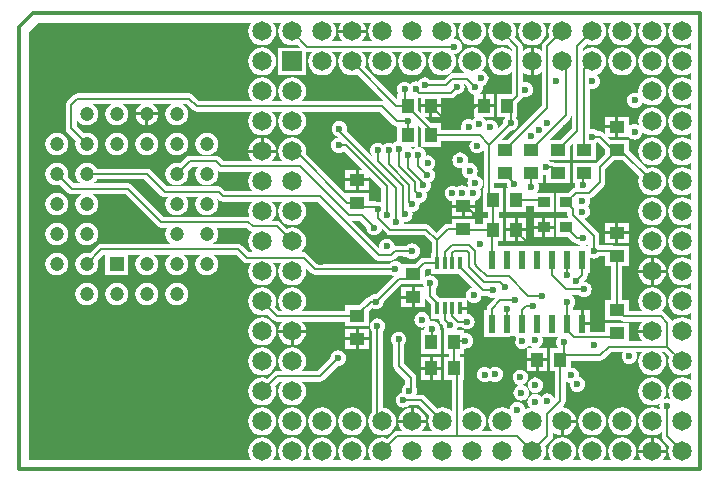
<source format=gtl>
G04 Layer_Physical_Order=1*
G04 Layer_Color=255*
%FSLAX44Y44*%
%MOMM*%
G71*
G01*
G75*
%ADD10R,1.3000X1.0000*%
%ADD11R,1.0000X1.3000*%
%ADD12R,1.0000X0.9000*%
%ADD13R,0.4000X1.1000*%
%ADD14R,0.6000X1.5500*%
%ADD15C,0.2000*%
%ADD16C,0.3500*%
%ADD17C,1.6510*%
%ADD18R,1.6510X1.6510*%
%ADD19C,1.2000*%
%ADD20R,1.2000X1.2000*%
%ADD21C,0.6000*%
G36*
X-35250Y-27500D02*
X-10988D01*
X577Y-39066D01*
X-197Y-39167D01*
X-1778Y-39822D01*
X-3136Y-40864D01*
X-4178Y-42222D01*
X-4833Y-43803D01*
X-5056Y-45500D01*
X-4833Y-47197D01*
X-4178Y-48778D01*
X-3136Y-50136D01*
X-1778Y-51178D01*
X-197Y-51833D01*
X1500Y-52056D01*
X3197Y-51833D01*
X4778Y-51178D01*
X6136Y-50136D01*
X7178Y-48778D01*
X7833Y-47197D01*
X8043Y-45598D01*
X9250Y-45838D01*
X12828D01*
X12864Y-45886D01*
X14222Y-46927D01*
X15803Y-47582D01*
X17500Y-47806D01*
X19197Y-47582D01*
X20020Y-47242D01*
X13656Y-53606D01*
X12661Y-55094D01*
X12312Y-56850D01*
Y-58250D01*
X10400D01*
Y-80750D01*
X37184D01*
X36822Y-81222D01*
X36167Y-82803D01*
X35944Y-84500D01*
X36167Y-86197D01*
X36822Y-87778D01*
X37864Y-89136D01*
X39222Y-90178D01*
X40803Y-90833D01*
X42500Y-91056D01*
X44197Y-90833D01*
X45778Y-90178D01*
X47136Y-89136D01*
X48178Y-87778D01*
X48255Y-87592D01*
X48864Y-88386D01*
X50222Y-89428D01*
X51603Y-90000D01*
X46750D01*
Y-98750D01*
X55250D01*
X63750D01*
Y-90000D01*
X55396D01*
X56778Y-89428D01*
X58136Y-88386D01*
X59178Y-87028D01*
X59833Y-85447D01*
X60056Y-83750D01*
X59833Y-82053D01*
X59293Y-80750D01*
X73013D01*
X72864Y-80864D01*
X71822Y-82222D01*
X71167Y-83803D01*
X70944Y-85500D01*
X71167Y-87197D01*
X71822Y-88778D01*
X72760Y-90000D01*
X66250D01*
Y-110000D01*
X70162D01*
Y-133350D01*
X70046Y-133465D01*
X69428Y-131972D01*
X68386Y-130614D01*
X67028Y-129572D01*
X65447Y-128917D01*
X63750Y-128694D01*
X62053Y-128917D01*
X60472Y-129572D01*
X59114Y-130614D01*
X58308Y-131665D01*
X57886Y-131114D01*
X56528Y-130072D01*
X54947Y-129417D01*
X53250Y-129194D01*
X51553Y-129417D01*
X49972Y-130072D01*
X48614Y-131114D01*
X47572Y-132472D01*
X46917Y-134053D01*
X46694Y-135750D01*
X46917Y-137447D01*
X47572Y-139028D01*
X48614Y-140386D01*
X49110Y-140766D01*
X47731Y-140948D01*
X44872Y-142132D01*
X44541Y-142386D01*
X44333Y-140803D01*
X43678Y-139222D01*
X42636Y-137864D01*
X41278Y-136822D01*
X39697Y-136167D01*
X38000Y-135944D01*
X36303Y-136167D01*
X34722Y-136822D01*
X33364Y-137864D01*
X32322Y-139222D01*
X31667Y-140803D01*
X31477Y-142247D01*
X31328Y-142132D01*
X28468Y-140948D01*
X25400Y-140544D01*
X22331Y-140948D01*
X19472Y-142132D01*
X17016Y-144016D01*
X15132Y-146472D01*
X13947Y-149332D01*
X13543Y-152400D01*
X13947Y-155469D01*
X15132Y-158328D01*
X16807Y-160512D01*
X8592D01*
X10268Y-158328D01*
X11452Y-155469D01*
X11856Y-152400D01*
X11452Y-149332D01*
X10268Y-146472D01*
X8384Y-144016D01*
X5928Y-142132D01*
X3068Y-140948D01*
X-0Y-140544D01*
X-3069Y-140948D01*
X-5928Y-142132D01*
X-8162Y-143846D01*
Y-117500D01*
X-6750D01*
Y-97500D01*
X-10662D01*
Y-95000D01*
X-6750D01*
Y-90674D01*
X-5750Y-90806D01*
X-4053Y-90583D01*
X-2472Y-89928D01*
X-1114Y-88886D01*
X-72Y-87528D01*
X582Y-85947D01*
X806Y-84250D01*
X582Y-82553D01*
X-72Y-80972D01*
X-1114Y-79614D01*
X-2472Y-78572D01*
X-4053Y-77917D01*
X-5750Y-77694D01*
X-6750Y-77825D01*
Y-75000D01*
X-13377D01*
X-12822Y-74278D01*
X-12167Y-72697D01*
X-12153Y-72588D01*
X-9172D01*
X-9136Y-72636D01*
X-7778Y-73678D01*
X-6197Y-74333D01*
X-4500Y-74556D01*
X-2803Y-74333D01*
X-1222Y-73678D01*
X136Y-72636D01*
X1178Y-71278D01*
X1833Y-69697D01*
X2056Y-68000D01*
X1833Y-66303D01*
X1178Y-64722D01*
X136Y-63364D01*
X-1222Y-62322D01*
X-2803Y-61667D01*
X-4500Y-61444D01*
X-4750Y-61477D01*
Y-57749D01*
X-10250D01*
Y-55249D01*
X-4750D01*
Y-47500D01*
X-27761D01*
X-30912Y-44349D01*
Y-39922D01*
X-30864Y-39886D01*
X-29822Y-38528D01*
X-29167Y-36947D01*
X-28944Y-35250D01*
X-29167Y-33553D01*
X-29822Y-31972D01*
X-30864Y-30614D01*
X-32222Y-29572D01*
X-33803Y-28917D01*
X-35500Y-28694D01*
X-37197Y-28917D01*
X-38778Y-29572D01*
X-40000Y-30510D01*
Y-24239D01*
X-38849Y-23088D01*
X-35250D01*
Y-27500D01*
D02*
G37*
G36*
X112500Y78011D02*
Y74239D01*
X104756Y66495D01*
X104592Y66250D01*
X85000D01*
Y49250D01*
X87359D01*
X87194Y48000D01*
X87417Y46303D01*
X87714Y45588D01*
X87500D01*
X85744Y45239D01*
X84256Y44244D01*
X81011Y41000D01*
X71000D01*
Y25000D01*
X80662D01*
Y22250D01*
X81011Y20494D01*
X81341Y20000D01*
X71000D01*
Y4000D01*
X81011D01*
X85505Y-494D01*
X86994Y-1489D01*
X88750Y-1838D01*
X89078D01*
X89114Y-1886D01*
X90472Y-2928D01*
X92053Y-3582D01*
X93750Y-3806D01*
X95447Y-3582D01*
X97028Y-2928D01*
X98386Y-1886D01*
X98412Y-1852D01*
Y-3328D01*
X98364Y-3364D01*
X97685Y-4250D01*
X21488D01*
Y-0D01*
X26250D01*
Y20000D01*
X22338D01*
Y25000D01*
X26250D01*
Y45000D01*
X18838D01*
Y49250D01*
X29260D01*
X29194Y48750D01*
X29417Y47053D01*
X30072Y45472D01*
X30434Y45000D01*
X28750D01*
Y25000D01*
X45750D01*
Y30412D01*
X52000D01*
Y25000D01*
X69000D01*
Y41000D01*
X53835D01*
X54636Y41614D01*
X55678Y42972D01*
X56333Y44553D01*
X56556Y46250D01*
X56333Y47947D01*
X55793Y49250D01*
X60000D01*
Y56646D01*
X60553Y56417D01*
X62250Y56194D01*
X62500Y56227D01*
Y49250D01*
X82500D01*
Y66250D01*
X70362D01*
X69256Y66989D01*
X67500Y67338D01*
X66922D01*
X66886Y67386D01*
X65528Y68428D01*
X64750Y68750D01*
X82500D01*
Y80761D01*
X85000Y83261D01*
Y68750D01*
X105000D01*
Y82992D01*
X106136Y83864D01*
X106173Y83912D01*
X106600D01*
X112500Y78011D01*
D02*
G37*
G36*
X-189244Y9506D02*
X-187756Y8511D01*
X-186307Y8223D01*
X-188068Y5928D01*
X-189253Y3068D01*
X-189657Y-0D01*
X-189253Y-3069D01*
X-188068Y-5928D01*
X-186184Y-8384D01*
X-185176Y-9157D01*
X-189104D01*
X-194755Y-3506D01*
X-196244Y-2511D01*
X-198000Y-2162D01*
X-220515D01*
X-219999Y-1948D01*
X-218015Y-426D01*
X-216492Y1559D01*
X-215535Y3870D01*
X-215208Y6350D01*
X-215535Y8830D01*
X-216492Y11141D01*
X-216892Y11662D01*
X-191400D01*
X-189244Y9506D01*
D02*
G37*
G36*
X84412Y95650D02*
X74511Y85750D01*
X64989D01*
X82995Y103756D01*
X83989Y105244D01*
X84338Y107000D01*
Y143828D01*
X84412Y143884D01*
Y95650D01*
D02*
G37*
G36*
X-43750Y96011D02*
Y80000D01*
X-26750D01*
Y85412D01*
X-557D01*
X-1427Y84278D01*
X-2082Y82697D01*
X-2306Y81000D01*
X-2082Y79303D01*
X-1427Y77722D01*
X-386Y76364D01*
X972Y75322D01*
X2553Y74667D01*
X4250Y74444D01*
X5947Y74667D01*
X7528Y75322D01*
X8886Y76364D01*
X9662Y77375D01*
Y45000D01*
X9250D01*
Y25000D01*
X13162D01*
Y20000D01*
X9250D01*
Y14588D01*
X2500D01*
Y18750D01*
X-17500D01*
Y14838D01*
X-20500D01*
X-22256Y14489D01*
X-23744Y13494D01*
X-29750Y7488D01*
X-35506Y13244D01*
X-36995Y14239D01*
X-38750Y14588D01*
X-58110D01*
X-57917Y15053D01*
X-57722Y16539D01*
X-57000Y16444D01*
X-55303Y16667D01*
X-53722Y17322D01*
X-52364Y18364D01*
X-51322Y19722D01*
X-50667Y21303D01*
X-50444Y23000D01*
X-50667Y24697D01*
X-50781Y24973D01*
X-49303Y25167D01*
X-47722Y25822D01*
X-46364Y26864D01*
X-45322Y28222D01*
X-44667Y29803D01*
X-44444Y31500D01*
X-44575Y32500D01*
X-43303Y32667D01*
X-41722Y33322D01*
X-40364Y34364D01*
X-39322Y35722D01*
X-38667Y37303D01*
X-38444Y39000D01*
X-38667Y40697D01*
X-39088Y41713D01*
X-38222Y42072D01*
X-36864Y43114D01*
X-35823Y44472D01*
X-35168Y46053D01*
X-34944Y47750D01*
X-35168Y49447D01*
X-35500Y50250D01*
X-34722Y50573D01*
X-33364Y51614D01*
X-32322Y52972D01*
X-31667Y54553D01*
X-31444Y56250D01*
X-31667Y57947D01*
X-32322Y59528D01*
X-33364Y60886D01*
X-33714Y61154D01*
X-33114Y61614D01*
X-32073Y62972D01*
X-31418Y64553D01*
X-31194Y66250D01*
X-31418Y67947D01*
X-32073Y69528D01*
X-33114Y70886D01*
X-34472Y71928D01*
X-36053Y72583D01*
X-37750Y72806D01*
X-39279Y72605D01*
X-39194Y73250D01*
X-39418Y74947D01*
X-40072Y76528D01*
X-41114Y77886D01*
X-42472Y78928D01*
X-44053Y79583D01*
X-45750Y79806D01*
X-47447Y79583D01*
X-49028Y78928D01*
X-49837Y78307D01*
X-50972Y79177D01*
X-52553Y79833D01*
X-53827Y80000D01*
X-46250D01*
Y98511D01*
X-43750Y96011D01*
D02*
G37*
G36*
X-263685Y38756D02*
X-262196Y37761D01*
X-260440Y37412D01*
X-257820D01*
X-258488Y36541D01*
X-259446Y34230D01*
X-259772Y31750D01*
X-259446Y29270D01*
X-258488Y26959D01*
X-256966Y24974D01*
X-254981Y23452D01*
X-252670Y22494D01*
X-250190Y22168D01*
X-247710Y22494D01*
X-245399Y23452D01*
X-243415Y24974D01*
X-241892Y26959D01*
X-240935Y29270D01*
X-240608Y31750D01*
X-240935Y34230D01*
X-241892Y36541D01*
X-242560Y37412D01*
X-232420D01*
X-233088Y36541D01*
X-234046Y34230D01*
X-234372Y31750D01*
X-234046Y29270D01*
X-233088Y26959D01*
X-231566Y24974D01*
X-229581Y23452D01*
X-227270Y22494D01*
X-224790Y22168D01*
X-222310Y22494D01*
X-219999Y23452D01*
X-218015Y24974D01*
X-216492Y26959D01*
X-215535Y29270D01*
X-215208Y31750D01*
X-215535Y34230D01*
X-216492Y36541D01*
X-217160Y37412D01*
X-216651D01*
X-214244Y35006D01*
X-213256Y34346D01*
X-212756Y34011D01*
X-212756D01*
X-212756Y34011D01*
X-211794Y33820D01*
X-211000Y33662D01*
X-186277D01*
X-188068Y31328D01*
X-189253Y28468D01*
X-189657Y25400D01*
X-189253Y22331D01*
X-188556Y20651D01*
X-189500Y20838D01*
X-261350D01*
X-288256Y47744D01*
X-289744Y48739D01*
X-291500Y49088D01*
X-321291D01*
X-319615Y50374D01*
X-318092Y52359D01*
X-318008Y52562D01*
X-277491D01*
X-263685Y38756D01*
D02*
G37*
G36*
X166903Y-97191D02*
X166347Y-98532D01*
X165943Y-101600D01*
X166347Y-104669D01*
X167532Y-107528D01*
X169416Y-109984D01*
X171872Y-111868D01*
X174731Y-113053D01*
X177800Y-113457D01*
X180868Y-113053D01*
X183728Y-111868D01*
X185000Y-110892D01*
Y-117708D01*
X183728Y-116732D01*
X180868Y-115548D01*
X177800Y-115144D01*
X174731Y-115548D01*
X171872Y-116732D01*
X169416Y-118616D01*
X167532Y-121072D01*
X166347Y-123932D01*
X165943Y-127000D01*
X166347Y-130069D01*
X167532Y-132928D01*
X168190Y-133786D01*
X166697Y-133167D01*
X165000Y-132944D01*
X163303Y-133167D01*
X162103Y-133665D01*
X162668Y-132928D01*
X163852Y-130069D01*
X164256Y-127000D01*
X163852Y-123932D01*
X162668Y-121072D01*
X160784Y-118616D01*
X158328Y-116732D01*
X155469Y-115548D01*
X152400Y-115144D01*
X149331Y-115548D01*
X146472Y-116732D01*
X144016Y-118616D01*
X142132Y-121072D01*
X140947Y-123932D01*
X140543Y-127000D01*
X140947Y-130069D01*
X142132Y-132928D01*
X144016Y-135384D01*
X146472Y-137268D01*
X149331Y-138453D01*
X152400Y-138857D01*
X155469Y-138453D01*
X158328Y-137268D01*
X159150Y-136637D01*
X158667Y-137803D01*
X158444Y-139500D01*
X158667Y-141197D01*
X159322Y-142778D01*
X159541Y-143063D01*
X158328Y-142132D01*
X155469Y-140948D01*
X152400Y-140544D01*
X149331Y-140948D01*
X146472Y-142132D01*
X144016Y-144016D01*
X142132Y-146472D01*
X140947Y-149332D01*
X140543Y-152400D01*
X140947Y-155469D01*
X142132Y-158328D01*
X144016Y-160784D01*
X146472Y-162668D01*
X149331Y-163853D01*
X152400Y-164257D01*
X155469Y-163853D01*
X158328Y-162668D01*
X160412Y-161069D01*
Y-165000D01*
X160761Y-166756D01*
X161756Y-168245D01*
X166903Y-173391D01*
X166347Y-174732D01*
X165943Y-177800D01*
X166347Y-180869D01*
X167532Y-183728D01*
X168508Y-185000D01*
X161692D01*
X162668Y-183728D01*
X163852Y-180869D01*
X164092Y-179050D01*
X140708D01*
X140947Y-180869D01*
X142132Y-183728D01*
X143108Y-185000D01*
X136292D01*
X137268Y-183728D01*
X138452Y-180869D01*
X138856Y-177800D01*
X138452Y-174732D01*
X137268Y-171872D01*
X135384Y-169416D01*
X132928Y-167532D01*
X130069Y-166348D01*
X127000Y-165944D01*
X123931Y-166348D01*
X121072Y-167532D01*
X118616Y-169416D01*
X116732Y-171872D01*
X115547Y-174732D01*
X115143Y-177800D01*
X115547Y-180869D01*
X116732Y-183728D01*
X117708Y-185000D01*
X110892D01*
X111868Y-183728D01*
X113052Y-180869D01*
X113456Y-177800D01*
X113052Y-174732D01*
X111868Y-171872D01*
X109984Y-169416D01*
X107528Y-167532D01*
X104669Y-166348D01*
X101600Y-165944D01*
X98531Y-166348D01*
X95672Y-167532D01*
X93216Y-169416D01*
X91332Y-171872D01*
X90147Y-174732D01*
X89743Y-177800D01*
X90147Y-180869D01*
X91332Y-183728D01*
X92308Y-185000D01*
X85492D01*
X86468Y-183728D01*
X87652Y-180869D01*
X88056Y-177800D01*
X87652Y-174732D01*
X86468Y-171872D01*
X84584Y-169416D01*
X82128Y-167532D01*
X79268Y-166348D01*
X76200Y-165944D01*
X73131Y-166348D01*
X70272Y-167532D01*
X67816Y-169416D01*
X65932Y-171872D01*
X64747Y-174732D01*
X64343Y-177800D01*
X64747Y-180869D01*
X65932Y-183728D01*
X66908Y-185000D01*
X60092D01*
X61068Y-183728D01*
X62252Y-180869D01*
X62656Y-177800D01*
X62252Y-174732D01*
X61697Y-173391D01*
X66995Y-168094D01*
X67989Y-166605D01*
X68338Y-164850D01*
Y-161185D01*
X70272Y-162668D01*
X73131Y-163853D01*
X74950Y-164092D01*
Y-152400D01*
X76200D01*
Y-151150D01*
X87892D01*
X87652Y-149332D01*
X86468Y-146472D01*
X84584Y-144016D01*
X82128Y-142132D01*
X79268Y-140948D01*
X76200Y-140544D01*
X75906Y-140582D01*
X77994Y-138494D01*
X78989Y-137006D01*
X79338Y-135250D01*
Y-118058D01*
X80472Y-118928D01*
X82053Y-119583D01*
X82588Y-119653D01*
X82444Y-120750D01*
X82667Y-122447D01*
X83322Y-124028D01*
X84364Y-125386D01*
X85722Y-126428D01*
X87303Y-127083D01*
X89000Y-127306D01*
X90697Y-127083D01*
X92278Y-126428D01*
X93636Y-125386D01*
X94678Y-124028D01*
X95333Y-122447D01*
X95556Y-120750D01*
X95333Y-119053D01*
X94678Y-117472D01*
X93636Y-116114D01*
X92278Y-115072D01*
X90697Y-114417D01*
X90162Y-114347D01*
X90306Y-113250D01*
X90083Y-111553D01*
X89428Y-109972D01*
X88386Y-108614D01*
X87028Y-107572D01*
X85447Y-106917D01*
X83750Y-106694D01*
X83250Y-106760D01*
Y-100838D01*
X108500D01*
X109453Y-100648D01*
X110256Y-100489D01*
X110256Y-100489D01*
X110256Y-100489D01*
X111254Y-99822D01*
X111744Y-99494D01*
X111744Y-99494D01*
X111744Y-99494D01*
X111744Y-99494D01*
X117600Y-93639D01*
X127578D01*
X127322Y-93972D01*
X126667Y-95553D01*
X126444Y-97250D01*
X126667Y-98947D01*
X127322Y-100528D01*
X128364Y-101886D01*
X129722Y-102928D01*
X131303Y-103583D01*
X133000Y-103806D01*
X134697Y-103583D01*
X136278Y-102928D01*
X137636Y-101886D01*
X138678Y-100528D01*
X139333Y-98947D01*
X139556Y-97250D01*
X139333Y-95553D01*
X138678Y-93972D01*
X138422Y-93639D01*
X143692D01*
X142132Y-95672D01*
X140947Y-98532D01*
X140543Y-101600D01*
X140947Y-104669D01*
X142132Y-107528D01*
X144016Y-109984D01*
X146472Y-111868D01*
X149331Y-113053D01*
X152400Y-113457D01*
X155469Y-113053D01*
X158328Y-111868D01*
X160784Y-109984D01*
X162668Y-107528D01*
X163852Y-104669D01*
X164256Y-101600D01*
X163852Y-98532D01*
X162668Y-95672D01*
X161108Y-93639D01*
X163350D01*
X166903Y-97191D01*
D02*
G37*
G36*
X-82494Y-14994D02*
X-82494D01*
Y-14994D01*
X-81755Y-15488D01*
X-81006Y-15989D01*
X-81006D01*
X-81006Y-15989D01*
X-79686Y-16251D01*
X-79250Y-16338D01*
X-79250D01*
D01*
X-68500D01*
X-66744Y-15989D01*
X-65256Y-14994D01*
X-63099Y-12838D01*
X-55422D01*
X-55386Y-12886D01*
X-54028Y-13928D01*
X-52447Y-14583D01*
X-50750Y-14806D01*
X-49053Y-14583D01*
X-47472Y-13928D01*
X-46114Y-12886D01*
X-45072Y-11528D01*
X-44417Y-9947D01*
X-44194Y-8250D01*
X-44417Y-6553D01*
X-45072Y-4972D01*
X-46114Y-3614D01*
X-47472Y-2572D01*
X-49053Y-1917D01*
X-50750Y-1694D01*
X-52447Y-1917D01*
X-54028Y-2572D01*
X-55386Y-3614D01*
X-55422Y-3662D01*
X-65000D01*
X-65752Y-3811D01*
X-65917Y-2553D01*
X-66572Y-972D01*
X-67614Y386D01*
X-68972Y1428D01*
X-70553Y2083D01*
X-72250Y2306D01*
X-73947Y2083D01*
X-75528Y1428D01*
X-76886Y386D01*
X-77928Y-972D01*
X-78583Y-2553D01*
X-78806Y-4250D01*
X-78585Y-5926D01*
X-101923Y17412D01*
X-95153Y17413D01*
X-89548Y11809D01*
X-89556Y11750D01*
X-89332Y10053D01*
X-88678Y8472D01*
X-87636Y7114D01*
X-86278Y6072D01*
X-84697Y5417D01*
X-83000Y5194D01*
X-81303Y5417D01*
X-79722Y6072D01*
X-78364Y7114D01*
X-77322Y8472D01*
X-76667Y10053D01*
X-76565Y10826D01*
X-72495Y6756D01*
X-72495Y6756D01*
X-72495Y6755D01*
X-71860Y6332D01*
X-71006Y5761D01*
X-71006Y5761D01*
X-71006Y5761D01*
X-70026Y5566D01*
X-69250Y5412D01*
X-69250D01*
X-69250D01*
X-40651D01*
X-34338Y-901D01*
Y-9500D01*
X-35250D01*
Y-13912D01*
X-40750D01*
X-42506Y-14261D01*
X-43994Y-15256D01*
X-47989Y-19250D01*
X-59684D01*
X-60364Y-18364D01*
X-61722Y-17322D01*
X-63303Y-16667D01*
X-65000Y-16444D01*
X-66697Y-16667D01*
X-68278Y-17322D01*
X-69636Y-18364D01*
X-70056Y-18912D01*
X-131100D01*
X-139510Y-10501D01*
X-140999Y-9506D01*
X-142755Y-9157D01*
X-145024D01*
X-144016Y-8384D01*
X-142132Y-5928D01*
X-140948Y-3069D01*
X-140544Y-0D01*
X-140948Y3068D01*
X-142132Y5928D01*
X-144016Y8384D01*
X-146472Y10268D01*
X-149332Y11452D01*
X-152400Y11856D01*
X-155469Y11452D01*
X-156809Y10897D01*
X-161906Y15994D01*
X-163395Y16989D01*
X-165151Y17338D01*
X-169169D01*
X-167532Y19472D01*
X-166348Y22331D01*
X-165944Y25400D01*
X-166348Y28468D01*
X-167532Y31328D01*
X-169323Y33662D01*
X-160877D01*
X-162668Y31328D01*
X-163853Y28468D01*
X-164257Y25400D01*
X-163853Y22331D01*
X-162668Y19472D01*
X-160784Y17016D01*
X-158328Y15132D01*
X-155469Y13947D01*
X-152400Y13543D01*
X-149332Y13947D01*
X-146472Y15132D01*
X-144016Y17016D01*
X-142132Y19472D01*
X-140948Y22331D01*
X-140544Y25400D01*
X-140948Y28468D01*
X-142132Y31328D01*
X-143923Y33662D01*
X-131150D01*
X-82494Y-14994D01*
D02*
G37*
G36*
X-187092Y185000D02*
X-188068Y183728D01*
X-189253Y180868D01*
X-189657Y177800D01*
X-189253Y174731D01*
X-188068Y171872D01*
X-186184Y169416D01*
X-183728Y167532D01*
X-180869Y166347D01*
X-177800Y165943D01*
X-174732Y166347D01*
X-171872Y167532D01*
X-169416Y169416D01*
X-167532Y171872D01*
X-166348Y174731D01*
X-165944Y177800D01*
X-166348Y180868D01*
X-167532Y183728D01*
X-168508Y185000D01*
X-161692D01*
X-162668Y183728D01*
X-163853Y180868D01*
X-164257Y177800D01*
X-163853Y174731D01*
X-162668Y171872D01*
X-160784Y169416D01*
X-158328Y167532D01*
X-155469Y166347D01*
X-152400Y165943D01*
X-149332Y166347D01*
X-147991Y166903D01*
X-145244Y164155D01*
X-164155D01*
Y140645D01*
X-140645D01*
Y160620D01*
X-139600Y160412D01*
X-135669D01*
X-137268Y158328D01*
X-138453Y155469D01*
X-138857Y152400D01*
X-138453Y149331D01*
X-137268Y146472D01*
X-135384Y144016D01*
X-132928Y142132D01*
X-130069Y140947D01*
X-127000Y140543D01*
X-123932Y140947D01*
X-121072Y142132D01*
X-118616Y144016D01*
X-116732Y146472D01*
X-115548Y149331D01*
X-115144Y152400D01*
X-115548Y155469D01*
X-116732Y158328D01*
X-118331Y160412D01*
X-110269D01*
X-111868Y158328D01*
X-113053Y155469D01*
X-113457Y152400D01*
X-113053Y149331D01*
X-111868Y146472D01*
X-109984Y144016D01*
X-107528Y142132D01*
X-104669Y140947D01*
X-101600Y140543D01*
X-98532Y140947D01*
X-97191Y141503D01*
X-73541Y117852D01*
X-74494Y118489D01*
X-76250Y118838D01*
X-143846D01*
X-142132Y121072D01*
X-140948Y123931D01*
X-140544Y127000D01*
X-140948Y130069D01*
X-142132Y132928D01*
X-144016Y135384D01*
X-146472Y137268D01*
X-149332Y138452D01*
X-152400Y138856D01*
X-155469Y138452D01*
X-158328Y137268D01*
X-160784Y135384D01*
X-162668Y132928D01*
X-163853Y130069D01*
X-164257Y127000D01*
X-163853Y123931D01*
X-162668Y121072D01*
X-160954Y118838D01*
X-169246D01*
X-167532Y121072D01*
X-166348Y123931D01*
X-165944Y127000D01*
X-166348Y130069D01*
X-167532Y132928D01*
X-169416Y135384D01*
X-171872Y137268D01*
X-174732Y138452D01*
X-177800Y138856D01*
X-180869Y138452D01*
X-183728Y137268D01*
X-186184Y135384D01*
X-188068Y132928D01*
X-189253Y130069D01*
X-189657Y127000D01*
X-189253Y123931D01*
X-188068Y121072D01*
X-186354Y118838D01*
X-231099D01*
X-236255Y123994D01*
X-237744Y124989D01*
X-239500Y125338D01*
X-334250D01*
X-335175Y125154D01*
X-336006Y124989D01*
X-336006Y124989D01*
X-336006Y124989D01*
X-336686Y124534D01*
X-337494Y123994D01*
X-342744Y118745D01*
X-342744Y118745D01*
X-342744Y118745D01*
X-343239Y118005D01*
X-343739Y117256D01*
X-343739Y117256D01*
X-343739Y117256D01*
X-343932Y116286D01*
X-344088Y115500D01*
X-344088Y115500D01*
X-344088Y115500D01*
Y95660D01*
X-343739Y93904D01*
X-342744Y92416D01*
X-335562Y85233D01*
X-335646Y85030D01*
X-335972Y82550D01*
X-335646Y80070D01*
X-334688Y77759D01*
X-333166Y75774D01*
X-331181Y74252D01*
X-328870Y73294D01*
X-326390Y72968D01*
X-323910Y73294D01*
X-321599Y74252D01*
X-319615Y75774D01*
X-318092Y77759D01*
X-317135Y80070D01*
X-316808Y82550D01*
X-317135Y85030D01*
X-318092Y87341D01*
X-319615Y89325D01*
X-321599Y90848D01*
X-323910Y91805D01*
X-326390Y92132D01*
X-328870Y91805D01*
X-329073Y91721D01*
X-334912Y97560D01*
Y103699D01*
X-334688Y103159D01*
X-333166Y101174D01*
X-331181Y99652D01*
X-328870Y98694D01*
X-326390Y98368D01*
X-323910Y98694D01*
X-321599Y99652D01*
X-319615Y101174D01*
X-318092Y103159D01*
X-317135Y105470D01*
X-316808Y107950D01*
X-317135Y110430D01*
X-318092Y112741D01*
X-319615Y114725D01*
X-321487Y116162D01*
X-305894D01*
X-307766Y114725D01*
X-309288Y112741D01*
X-310246Y110430D01*
X-310572Y107950D01*
X-310246Y105470D01*
X-309288Y103159D01*
X-307766Y101174D01*
X-305781Y99652D01*
X-303470Y98694D01*
X-300990Y98368D01*
X-298510Y98694D01*
X-296199Y99652D01*
X-294215Y101174D01*
X-292692Y103159D01*
X-291735Y105470D01*
X-291408Y107950D01*
X-291735Y110430D01*
X-292692Y112741D01*
X-294215Y114725D01*
X-296087Y116162D01*
X-280494D01*
X-282366Y114725D01*
X-283888Y112741D01*
X-284846Y110430D01*
X-285008Y109200D01*
X-266173D01*
X-266335Y110430D01*
X-267292Y112741D01*
X-268815Y114725D01*
X-270687Y116162D01*
X-255094D01*
X-256966Y114725D01*
X-258488Y112741D01*
X-259446Y110430D01*
X-259772Y107950D01*
X-259446Y105470D01*
X-258488Y103159D01*
X-256966Y101174D01*
X-254981Y99652D01*
X-252670Y98694D01*
X-250190Y98368D01*
X-247710Y98694D01*
X-245399Y99652D01*
X-243415Y101174D01*
X-241892Y103159D01*
X-240935Y105470D01*
X-240608Y107950D01*
X-240935Y110430D01*
X-241892Y112741D01*
X-243415Y114725D01*
X-245287Y116162D01*
X-241400D01*
X-236244Y111006D01*
X-234756Y110011D01*
X-233000Y109662D01*
X-186431D01*
X-188068Y107528D01*
X-189253Y104669D01*
X-189657Y101600D01*
X-189253Y98531D01*
X-188068Y95672D01*
X-186184Y93216D01*
X-183728Y91332D01*
X-180869Y90147D01*
X-177800Y89743D01*
X-174732Y90147D01*
X-171872Y91332D01*
X-169416Y93216D01*
X-167532Y95672D01*
X-166348Y98531D01*
X-165944Y101600D01*
X-166348Y104669D01*
X-167532Y107528D01*
X-169170Y109662D01*
X-161031D01*
X-162668Y107528D01*
X-163853Y104669D01*
X-164257Y101600D01*
X-163853Y98531D01*
X-162668Y95672D01*
X-160784Y93216D01*
X-158328Y91332D01*
X-155469Y90147D01*
X-152400Y89743D01*
X-149332Y90147D01*
X-146472Y91332D01*
X-144016Y93216D01*
X-142132Y95672D01*
X-140948Y98531D01*
X-140544Y101600D01*
X-140948Y104669D01*
X-142132Y107528D01*
X-143770Y109662D01*
X-78150D01*
X-66994Y98506D01*
X-65506Y97511D01*
X-63750Y97162D01*
X-63250D01*
Y84892D01*
X-63697Y84833D01*
X-65278Y84178D01*
X-66636Y83136D01*
X-67167Y82444D01*
X-67472Y82678D01*
X-69053Y83333D01*
X-70750Y83556D01*
X-72447Y83333D01*
X-74028Y82678D01*
X-75375Y81644D01*
X-76722Y82678D01*
X-78303Y83333D01*
X-80000Y83556D01*
X-81697Y83333D01*
X-83278Y82678D01*
X-84636Y81636D01*
X-85678Y80278D01*
X-86333Y78697D01*
X-86556Y77000D01*
X-86333Y75303D01*
X-85678Y73722D01*
X-84670Y72409D01*
X-106126Y93865D01*
X-105944Y95250D01*
X-106167Y96947D01*
X-106822Y98528D01*
X-107864Y99886D01*
X-109222Y100928D01*
X-110803Y101582D01*
X-112500Y101806D01*
X-114197Y101582D01*
X-115778Y100928D01*
X-117136Y99886D01*
X-118177Y98528D01*
X-118833Y96947D01*
X-119056Y95250D01*
X-118833Y93553D01*
X-118177Y91972D01*
X-117136Y90614D01*
X-115778Y89572D01*
X-114197Y88917D01*
X-114149Y88911D01*
X-113260Y88022D01*
X-114697Y87832D01*
X-116278Y87177D01*
X-117636Y86136D01*
X-118678Y84778D01*
X-119333Y83197D01*
X-119556Y81500D01*
X-119333Y79803D01*
X-118678Y78222D01*
X-117636Y76864D01*
X-116278Y75822D01*
X-114697Y75167D01*
X-113000Y74944D01*
X-111303Y75167D01*
X-109722Y75822D01*
X-108641Y76652D01*
X-92739Y60750D01*
X-96251D01*
Y53500D01*
X-87500D01*
Y55511D01*
X-76838Y44850D01*
Y33182D01*
X-77803Y33582D01*
X-79500Y33805D01*
X-80623Y33658D01*
X-80744Y33739D01*
X-82500Y34088D01*
X-87500D01*
Y41250D01*
X-107500D01*
Y40739D01*
X-140825Y74064D01*
X-140544Y76200D01*
X-140948Y79268D01*
X-142132Y82128D01*
X-144016Y84584D01*
X-146472Y86468D01*
X-149332Y87652D01*
X-152400Y88056D01*
X-155469Y87652D01*
X-158328Y86468D01*
X-160784Y84584D01*
X-162668Y82128D01*
X-163853Y79268D01*
X-164257Y76200D01*
X-163853Y73131D01*
X-162668Y70272D01*
X-160993Y68088D01*
X-169208D01*
X-167532Y70272D01*
X-166348Y73131D01*
X-166108Y74950D01*
X-189492D01*
X-189253Y73131D01*
X-188068Y70272D01*
X-186393Y68088D01*
X-210599D01*
X-213755Y71244D01*
X-213756Y71244D01*
X-213756Y71245D01*
X-214446Y71706D01*
X-215244Y72239D01*
X-215244Y72239D01*
X-215244Y72239D01*
X-216127Y72415D01*
X-217000Y72588D01*
X-217000Y72588D01*
X-217000Y72588D01*
X-239340D01*
X-241096Y72239D01*
X-242584Y71245D01*
X-247507Y66321D01*
X-247710Y66405D01*
X-250190Y66732D01*
X-252670Y66405D01*
X-254981Y65448D01*
X-256966Y63925D01*
X-258488Y61941D01*
X-259446Y59630D01*
X-259772Y57150D01*
X-259446Y54670D01*
X-258488Y52359D01*
X-256966Y50374D01*
X-254981Y48852D01*
X-252670Y47894D01*
X-250190Y47568D01*
X-247710Y47894D01*
X-245399Y48852D01*
X-243415Y50374D01*
X-241892Y52359D01*
X-240935Y54670D01*
X-240608Y57150D01*
X-240935Y59630D01*
X-241019Y59833D01*
X-237439Y63412D01*
X-231959D01*
X-233088Y61941D01*
X-234046Y59630D01*
X-234372Y57150D01*
X-234046Y54670D01*
X-233088Y52359D01*
X-231566Y50374D01*
X-229581Y48852D01*
X-227270Y47894D01*
X-224790Y47568D01*
X-222310Y47894D01*
X-219999Y48852D01*
X-218015Y50374D01*
X-216492Y52359D01*
X-215535Y54670D01*
X-215208Y57150D01*
X-215535Y59630D01*
X-215829Y60340D01*
X-215745Y60256D01*
X-215744Y60256D01*
X-215744Y60255D01*
X-215054Y59794D01*
X-214256Y59261D01*
X-214256Y59261D01*
X-214256Y59261D01*
X-213374Y59085D01*
X-212500Y58912D01*
X-212500Y58912D01*
X-212500Y58912D01*
X-186393D01*
X-188068Y56728D01*
X-189253Y53868D01*
X-189657Y50800D01*
X-189253Y47731D01*
X-188068Y44872D01*
X-186508Y42838D01*
X-209100D01*
X-211506Y45244D01*
X-212494Y45904D01*
X-212994Y46239D01*
X-212994D01*
X-212994Y46239D01*
X-213876Y46414D01*
X-214750Y46588D01*
X-258540D01*
X-272346Y60394D01*
X-273834Y61389D01*
X-275590Y61738D01*
X-318008D01*
X-318092Y61941D01*
X-319615Y63925D01*
X-321599Y65448D01*
X-323910Y66405D01*
X-326390Y66732D01*
X-328870Y66405D01*
X-331181Y65448D01*
X-333166Y63925D01*
X-334688Y61941D01*
X-335646Y59630D01*
X-335972Y57150D01*
X-335646Y54670D01*
X-334688Y52359D01*
X-333166Y50374D01*
X-331489Y49088D01*
X-337240D01*
X-342619Y54467D01*
X-342535Y54670D01*
X-342208Y57150D01*
X-342535Y59630D01*
X-343492Y61941D01*
X-345015Y63925D01*
X-346999Y65448D01*
X-349310Y66405D01*
X-351790Y66732D01*
X-354270Y66405D01*
X-356581Y65448D01*
X-358566Y63925D01*
X-360088Y61941D01*
X-361046Y59630D01*
X-361372Y57150D01*
X-361046Y54670D01*
X-360088Y52359D01*
X-358566Y50374D01*
X-356581Y48852D01*
X-354270Y47894D01*
X-351790Y47568D01*
X-349310Y47894D01*
X-349107Y47978D01*
X-342385Y41256D01*
X-340896Y40261D01*
X-339140Y39912D01*
X-331359D01*
X-333166Y38525D01*
X-334688Y36541D01*
X-335646Y34230D01*
X-335972Y31750D01*
X-335646Y29270D01*
X-334688Y26959D01*
X-333166Y24974D01*
X-331181Y23452D01*
X-328870Y22494D01*
X-326390Y22168D01*
X-323910Y22494D01*
X-321599Y23452D01*
X-319615Y24974D01*
X-318092Y26959D01*
X-317135Y29270D01*
X-316808Y31750D01*
X-317135Y34230D01*
X-318092Y36541D01*
X-319615Y38525D01*
X-321422Y39912D01*
X-293400D01*
X-266494Y13006D01*
X-265006Y12011D01*
X-263250Y11662D01*
X-258089D01*
X-258488Y11141D01*
X-259446Y8830D01*
X-259772Y6350D01*
X-259446Y3870D01*
X-258488Y1559D01*
X-256966Y-426D01*
X-254981Y-1948D01*
X-254466Y-2162D01*
X-314090D01*
X-315846Y-2511D01*
X-317334Y-3506D01*
X-323707Y-9879D01*
X-323910Y-9795D01*
X-326390Y-9468D01*
X-328870Y-9795D01*
X-331181Y-10752D01*
X-333166Y-12275D01*
X-334688Y-14259D01*
X-335646Y-16570D01*
X-335972Y-19050D01*
X-335646Y-21530D01*
X-334688Y-23841D01*
X-333166Y-25826D01*
X-331181Y-27348D01*
X-328870Y-28306D01*
X-326390Y-28632D01*
X-323910Y-28306D01*
X-321599Y-27348D01*
X-319615Y-25826D01*
X-318092Y-23841D01*
X-317135Y-21530D01*
X-316808Y-19050D01*
X-317135Y-16570D01*
X-317219Y-16367D01*
X-312190Y-11338D01*
X-310490D01*
Y-28550D01*
X-291490D01*
Y-11338D01*
X-281145D01*
X-282366Y-12275D01*
X-283888Y-14259D01*
X-284846Y-16570D01*
X-285172Y-19050D01*
X-284846Y-21530D01*
X-283888Y-23841D01*
X-282366Y-25826D01*
X-280381Y-27348D01*
X-278070Y-28306D01*
X-275590Y-28632D01*
X-273110Y-28306D01*
X-270799Y-27348D01*
X-268815Y-25826D01*
X-267292Y-23841D01*
X-266335Y-21530D01*
X-266008Y-19050D01*
X-266335Y-16570D01*
X-267292Y-14259D01*
X-268815Y-12275D01*
X-270035Y-11338D01*
X-255745D01*
X-256966Y-12275D01*
X-258488Y-14259D01*
X-259446Y-16570D01*
X-259772Y-19050D01*
X-259446Y-21530D01*
X-258488Y-23841D01*
X-256966Y-25826D01*
X-254981Y-27348D01*
X-252670Y-28306D01*
X-250190Y-28632D01*
X-247710Y-28306D01*
X-245399Y-27348D01*
X-243415Y-25826D01*
X-241892Y-23841D01*
X-240935Y-21530D01*
X-240608Y-19050D01*
X-240935Y-16570D01*
X-241892Y-14259D01*
X-243415Y-12275D01*
X-244635Y-11338D01*
X-230345D01*
X-231566Y-12275D01*
X-233088Y-14259D01*
X-234046Y-16570D01*
X-234372Y-19050D01*
X-234046Y-21530D01*
X-233088Y-23841D01*
X-231566Y-25826D01*
X-229581Y-27348D01*
X-227270Y-28306D01*
X-224790Y-28632D01*
X-222310Y-28306D01*
X-219999Y-27348D01*
X-218015Y-25826D01*
X-216492Y-23841D01*
X-215535Y-21530D01*
X-215208Y-19050D01*
X-215535Y-16570D01*
X-216492Y-14259D01*
X-218015Y-12275D01*
X-219235Y-11338D01*
X-199900D01*
X-194249Y-16990D01*
X-192760Y-17984D01*
X-191005Y-18333D01*
X-187194D01*
X-188068Y-19472D01*
X-189253Y-22332D01*
X-189657Y-25400D01*
X-189253Y-28469D01*
X-188068Y-31328D01*
X-186184Y-33784D01*
X-183728Y-35668D01*
X-180869Y-36853D01*
X-177800Y-37257D01*
X-174732Y-36853D01*
X-171872Y-35668D01*
X-169416Y-33784D01*
X-167532Y-31328D01*
X-166348Y-28469D01*
X-165944Y-25400D01*
X-166348Y-22332D01*
X-167532Y-19472D01*
X-168406Y-18333D01*
X-161794D01*
X-162668Y-19472D01*
X-163853Y-22332D01*
X-164257Y-25400D01*
X-163853Y-28469D01*
X-162668Y-31328D01*
X-160784Y-33784D01*
X-158328Y-35668D01*
X-155469Y-36853D01*
X-152400Y-37257D01*
X-149332Y-36853D01*
X-146472Y-35668D01*
X-144016Y-33784D01*
X-142132Y-31328D01*
X-140948Y-28469D01*
X-140544Y-25400D01*
X-140948Y-22332D01*
X-141153Y-21835D01*
X-136244Y-26744D01*
X-134756Y-27739D01*
X-133000Y-28088D01*
X-69046D01*
X-68278Y-28678D01*
X-66697Y-29333D01*
X-66365Y-29376D01*
X-81440Y-44452D01*
X-81500Y-44444D01*
X-83197Y-44667D01*
X-84778Y-45322D01*
X-86136Y-46364D01*
X-86248Y-46511D01*
X-87506Y-46761D01*
X-88995Y-47756D01*
X-95489Y-54250D01*
X-107500D01*
Y-58912D01*
X-143808D01*
X-142132Y-56728D01*
X-140948Y-53869D01*
X-140544Y-50800D01*
X-140948Y-47731D01*
X-142132Y-44872D01*
X-144016Y-42416D01*
X-146472Y-40532D01*
X-149332Y-39348D01*
X-152400Y-38944D01*
X-155469Y-39348D01*
X-158328Y-40532D01*
X-160784Y-42416D01*
X-162668Y-44872D01*
X-163853Y-47731D01*
X-164257Y-50800D01*
X-163853Y-53869D01*
X-162668Y-56728D01*
X-160993Y-58912D01*
X-163200D01*
X-166903Y-55209D01*
X-166348Y-53869D01*
X-165944Y-50800D01*
X-166348Y-47731D01*
X-167532Y-44872D01*
X-169416Y-42416D01*
X-171872Y-40532D01*
X-174732Y-39348D01*
X-177800Y-38944D01*
X-180869Y-39348D01*
X-183728Y-40532D01*
X-186184Y-42416D01*
X-188068Y-44872D01*
X-189253Y-47731D01*
X-189657Y-50800D01*
X-189253Y-53869D01*
X-188068Y-56728D01*
X-186184Y-59184D01*
X-183728Y-61068D01*
X-180869Y-62253D01*
X-177800Y-62657D01*
X-174732Y-62253D01*
X-173391Y-61698D01*
X-168344Y-66744D01*
X-166856Y-67739D01*
X-165100Y-68088D01*
X-160993D01*
X-162668Y-70272D01*
X-163853Y-73131D01*
X-164092Y-74950D01*
X-140708D01*
X-140948Y-73131D01*
X-142132Y-70272D01*
X-143808Y-68088D01*
X-107500D01*
Y-71250D01*
X-87500D01*
Y-59239D01*
X-84869Y-56608D01*
X-84778Y-56678D01*
X-83197Y-57333D01*
X-81500Y-57556D01*
X-79803Y-57333D01*
X-78222Y-56678D01*
X-76864Y-55636D01*
X-75822Y-54278D01*
X-75167Y-52697D01*
X-74944Y-51000D01*
X-74952Y-50940D01*
X-60100Y-36088D01*
X-60000D01*
Y-36250D01*
X-41924D01*
X-41833Y-36947D01*
X-41178Y-38528D01*
X-41008Y-38750D01*
X-48751D01*
Y-47249D01*
Y-55750D01*
X-40000D01*
Y-46693D01*
X-39739Y-48006D01*
X-38744Y-49494D01*
X-35250Y-52988D01*
Y-65500D01*
X-27838D01*
Y-66251D01*
X-27838Y-66251D01*
X-27838Y-66251D01*
X-27664Y-67124D01*
X-27489Y-68006D01*
X-27489Y-68006D01*
X-27489Y-68007D01*
X-26956Y-68804D01*
X-26494Y-69495D01*
X-26494Y-69495D01*
X-26494Y-69495D01*
X-25048Y-70940D01*
X-25056Y-71000D01*
X-24833Y-72697D01*
X-24178Y-74278D01*
X-23623Y-75000D01*
X-23750D01*
Y-95000D01*
X-19838D01*
Y-97500D01*
X-23750D01*
Y-117500D01*
X-17338D01*
Y-143770D01*
X-19472Y-142132D01*
X-22332Y-140948D01*
X-25400Y-140544D01*
X-28469Y-140948D01*
X-29809Y-141503D01*
X-40306Y-131006D01*
X-41795Y-130011D01*
X-43550Y-129662D01*
X-47675D01*
X-47572Y-129528D01*
X-46917Y-127947D01*
X-46694Y-126250D01*
X-46917Y-124553D01*
X-47412Y-123359D01*
Y-115500D01*
X-47761Y-113744D01*
X-48756Y-112256D01*
X-57662Y-103350D01*
Y-87673D01*
X-57614Y-87636D01*
X-56572Y-86278D01*
X-55917Y-84697D01*
X-55694Y-83000D01*
X-55917Y-81303D01*
X-56572Y-79722D01*
X-57614Y-78364D01*
X-58972Y-77322D01*
X-60553Y-76667D01*
X-62250Y-76444D01*
X-63947Y-76667D01*
X-65528Y-77322D01*
X-66886Y-78364D01*
X-67928Y-79722D01*
X-68583Y-81303D01*
X-68806Y-83000D01*
X-68583Y-84697D01*
X-67928Y-86278D01*
X-66886Y-87636D01*
X-66838Y-87673D01*
Y-105250D01*
X-66489Y-107006D01*
X-65494Y-108494D01*
X-56588Y-117401D01*
Y-120618D01*
X-57886Y-121614D01*
X-58928Y-122972D01*
X-59583Y-124553D01*
X-59806Y-126250D01*
X-59593Y-127871D01*
X-59947Y-127917D01*
X-61528Y-128572D01*
X-62886Y-129614D01*
X-63928Y-130972D01*
X-64583Y-132553D01*
X-64806Y-134250D01*
X-64583Y-135947D01*
X-63928Y-137528D01*
X-62886Y-138886D01*
X-61528Y-139928D01*
X-59947Y-140583D01*
X-58250Y-140806D01*
X-56553Y-140583D01*
X-54972Y-139928D01*
X-53614Y-138886D01*
X-53578Y-138838D01*
X-45451D01*
X-36298Y-147991D01*
X-36853Y-149332D01*
X-37257Y-152400D01*
X-36853Y-155469D01*
X-35668Y-158328D01*
X-33993Y-160512D01*
X-42208D01*
X-40532Y-158328D01*
X-39348Y-155469D01*
X-39108Y-153650D01*
X-62492D01*
X-62253Y-155469D01*
X-61068Y-158328D01*
X-59393Y-160512D01*
X-63500D01*
X-65256Y-160861D01*
X-66744Y-161856D01*
X-71791Y-166903D01*
X-73131Y-166348D01*
X-76200Y-165944D01*
X-79269Y-166348D01*
X-82128Y-167532D01*
X-84584Y-169416D01*
X-86468Y-171872D01*
X-87653Y-174732D01*
X-88057Y-177800D01*
X-87653Y-180869D01*
X-86468Y-183728D01*
X-85492Y-185000D01*
X-92308D01*
X-91332Y-183728D01*
X-90148Y-180869D01*
X-89744Y-177800D01*
X-90148Y-174732D01*
X-91332Y-171872D01*
X-93216Y-169416D01*
X-95672Y-167532D01*
X-98532Y-166348D01*
X-101600Y-165944D01*
X-104669Y-166348D01*
X-107528Y-167532D01*
X-109984Y-169416D01*
X-111868Y-171872D01*
X-113053Y-174732D01*
X-113457Y-177800D01*
X-113053Y-180869D01*
X-111868Y-183728D01*
X-110892Y-185000D01*
X-117708D01*
X-116732Y-183728D01*
X-115548Y-180869D01*
X-115144Y-177800D01*
X-115548Y-174732D01*
X-116732Y-171872D01*
X-118616Y-169416D01*
X-121072Y-167532D01*
X-123932Y-166348D01*
X-127000Y-165944D01*
X-130069Y-166348D01*
X-132928Y-167532D01*
X-135384Y-169416D01*
X-137268Y-171872D01*
X-138453Y-174732D01*
X-138857Y-177800D01*
X-138453Y-180869D01*
X-137268Y-183728D01*
X-136292Y-185000D01*
X-143108D01*
X-142132Y-183728D01*
X-140948Y-180869D01*
X-140544Y-177800D01*
X-140948Y-174732D01*
X-142132Y-171872D01*
X-144016Y-169416D01*
X-146472Y-167532D01*
X-149332Y-166348D01*
X-152400Y-165944D01*
X-155469Y-166348D01*
X-158328Y-167532D01*
X-160784Y-169416D01*
X-162668Y-171872D01*
X-163853Y-174732D01*
X-164257Y-177800D01*
X-163853Y-180869D01*
X-162668Y-183728D01*
X-161692Y-185000D01*
X-168508D01*
X-167532Y-183728D01*
X-166348Y-180869D01*
X-165944Y-177800D01*
X-166348Y-174732D01*
X-167532Y-171872D01*
X-169416Y-169416D01*
X-171872Y-167532D01*
X-174732Y-166348D01*
X-177800Y-165944D01*
X-180869Y-166348D01*
X-183728Y-167532D01*
X-186184Y-169416D01*
X-188068Y-171872D01*
X-189253Y-174732D01*
X-189657Y-177800D01*
X-189253Y-180869D01*
X-188068Y-183728D01*
X-187092Y-185000D01*
X-375000D01*
X-375000Y177500D01*
X-367500Y185000D01*
X-187092Y185000D01*
D02*
G37*
G36*
X41508Y185000D02*
X40532Y183728D01*
X39347Y180868D01*
X38943Y177800D01*
X39347Y174731D01*
X40532Y171872D01*
X42416Y169416D01*
X44872Y167532D01*
X47731Y166347D01*
X50800Y165943D01*
X53868Y166347D01*
X56728Y167532D01*
X59184Y169416D01*
X61068Y171872D01*
X62252Y174731D01*
X62656Y177800D01*
X62252Y180868D01*
X61068Y183728D01*
X60092Y185000D01*
X66908D01*
X65932Y183728D01*
X64747Y180868D01*
X64343Y177800D01*
X64747Y174731D01*
X65303Y173391D01*
X60255Y168344D01*
X59261Y166856D01*
X58912Y165100D01*
Y160992D01*
X56728Y162668D01*
X53868Y163852D01*
X52050Y164092D01*
Y152400D01*
Y140708D01*
X53868Y140947D01*
X56728Y142132D01*
X58912Y143807D01*
Y115150D01*
X29511Y85750D01*
X24488D01*
X32441Y93702D01*
X32500Y93694D01*
X34197Y93917D01*
X35778Y94572D01*
X37136Y95614D01*
X38178Y96972D01*
X38833Y98553D01*
X39056Y100250D01*
X38833Y101947D01*
X38178Y103528D01*
X37136Y104886D01*
X37088Y104923D01*
Y105000D01*
X38250D01*
Y117011D01*
X41494Y120256D01*
X42489Y121744D01*
X42610Y122351D01*
X43053Y122167D01*
X44750Y121944D01*
X46447Y122167D01*
X48028Y122822D01*
X49386Y123864D01*
X50428Y125222D01*
X51083Y126803D01*
X51306Y128500D01*
X51083Y130197D01*
X50428Y131778D01*
X49386Y133136D01*
X48028Y134178D01*
X46447Y134833D01*
X44750Y135056D01*
X43053Y134833D01*
X42838Y134744D01*
Y143692D01*
X44872Y142132D01*
X47731Y140947D01*
X49550Y140708D01*
Y152400D01*
Y164092D01*
X47731Y163852D01*
X44872Y162668D01*
X42838Y161108D01*
Y164949D01*
X42489Y166705D01*
X41494Y168194D01*
X36297Y173391D01*
X36852Y174731D01*
X37256Y177800D01*
X36852Y180868D01*
X35668Y183728D01*
X34692Y185000D01*
X41508D01*
D02*
G37*
G36*
X-9292Y185000D02*
X-10268Y183728D01*
X-11453Y180868D01*
X-11857Y177800D01*
X-11453Y174731D01*
X-10268Y171872D01*
X-8384Y169416D01*
X-5928Y167532D01*
X-3069Y166347D01*
X-0Y165943D01*
X3068Y166347D01*
X5928Y167532D01*
X8384Y169416D01*
X10268Y171872D01*
X11452Y174731D01*
X11856Y177800D01*
X11452Y180868D01*
X10268Y183728D01*
X9292Y185000D01*
X16108D01*
X15132Y183728D01*
X13947Y180868D01*
X13543Y177800D01*
X13947Y174731D01*
X15132Y171872D01*
X17016Y169416D01*
X19472Y167532D01*
X22331Y166347D01*
X25400Y165943D01*
X28468Y166347D01*
X29809Y166903D01*
X33662Y163049D01*
Y160877D01*
X31328Y162668D01*
X28468Y163852D01*
X25400Y164256D01*
X22331Y163852D01*
X19472Y162668D01*
X17016Y160784D01*
X15132Y158328D01*
X13947Y155469D01*
X13543Y152400D01*
X13947Y149331D01*
X15132Y146472D01*
X17016Y144016D01*
X19472Y142132D01*
X22331Y140947D01*
X25400Y140543D01*
X28468Y140947D01*
X31328Y142132D01*
X33662Y143923D01*
Y125401D01*
X33261Y125000D01*
X21250D01*
Y105000D01*
X27912D01*
Y104923D01*
X27864Y104886D01*
X26822Y103528D01*
X26168Y101947D01*
X25944Y100250D01*
X25952Y100190D01*
X21737Y95976D01*
X21806Y96500D01*
X21583Y98197D01*
X20928Y99778D01*
X19886Y101136D01*
X18528Y102178D01*
X16947Y102833D01*
X15250Y103056D01*
X13553Y102833D01*
X11972Y102178D01*
X11747Y102006D01*
X11428Y102778D01*
X10386Y104136D01*
X9259Y105000D01*
X18750D01*
Y113750D01*
X10250D01*
X1750D01*
Y105000D01*
X2240D01*
X1114Y104136D01*
X72Y102778D01*
X67Y102765D01*
X-1303Y103333D01*
X-3000Y103556D01*
X-4697Y103333D01*
X-6278Y102678D01*
X-7636Y101636D01*
X-8678Y100278D01*
X-9333Y98697D01*
X-9556Y97000D01*
X-9333Y95303D01*
X-9037Y94588D01*
X-26750D01*
Y100000D01*
X-34762D01*
X-39761Y105000D01*
X-36500D01*
Y113750D01*
X-43750D01*
Y108988D01*
X-46250Y111488D01*
Y121460D01*
X-44750Y121162D01*
X-43750D01*
Y116250D01*
X-35250D01*
X-26750D01*
Y121162D01*
X-18250D01*
X-17325Y121346D01*
X-16494Y121511D01*
X-16494Y121511D01*
X-16494Y121511D01*
X-15814Y121966D01*
X-15006Y122506D01*
X-13060Y124452D01*
X-13000Y124444D01*
X-11303Y124667D01*
X-9722Y125322D01*
X-8364Y126364D01*
X-7322Y127722D01*
X-6667Y129303D01*
X-6444Y131000D01*
X-6667Y132697D01*
X-6860Y133162D01*
X-6400D01*
X-4048Y130809D01*
X-4056Y130750D01*
X-3832Y129053D01*
X-3178Y127472D01*
X-2136Y126114D01*
X-778Y125072D01*
X803Y124417D01*
X1750Y124293D01*
Y116250D01*
X9000D01*
Y125000D01*
X5604D01*
X5778Y125072D01*
X7136Y126114D01*
X8178Y127472D01*
X8833Y129053D01*
X9056Y130750D01*
X8936Y131666D01*
X8947Y131667D01*
X10528Y132322D01*
X11886Y133364D01*
X12928Y134722D01*
X13583Y136303D01*
X13806Y138000D01*
X13583Y139697D01*
X12928Y141278D01*
X11886Y142636D01*
X10528Y143678D01*
X8947Y144333D01*
X8656Y144371D01*
X10268Y146472D01*
X11452Y149331D01*
X11856Y152400D01*
X11452Y155469D01*
X10268Y158328D01*
X8384Y160784D01*
X5928Y162668D01*
X3068Y163852D01*
X-0Y164256D01*
X-3069Y163852D01*
X-5928Y162668D01*
X-8384Y160784D01*
X-10268Y158328D01*
X-11453Y155469D01*
X-11857Y152400D01*
X-11453Y149331D01*
X-10268Y146472D01*
X-8384Y144016D01*
X-6197Y142338D01*
X-16750D01*
X-18506Y141989D01*
X-19994Y140995D01*
X-24151Y136838D01*
X-35578D01*
X-35614Y136886D01*
X-36972Y137928D01*
X-38553Y138583D01*
X-40250Y138806D01*
X-41947Y138583D01*
X-43528Y137928D01*
X-44886Y136886D01*
X-45928Y135528D01*
X-46052Y135229D01*
X-46303Y135333D01*
X-48000Y135556D01*
X-49697Y135333D01*
X-51278Y134678D01*
X-52636Y133636D01*
X-52749Y133489D01*
X-53972Y134428D01*
X-55553Y135083D01*
X-57250Y135306D01*
X-58947Y135083D01*
X-60528Y134428D01*
X-61886Y133386D01*
X-62927Y132028D01*
X-63582Y130447D01*
X-63806Y128750D01*
X-63582Y127053D01*
X-62927Y125472D01*
X-62565Y125000D01*
X-63250D01*
Y120538D01*
X-90703Y147991D01*
X-90148Y149331D01*
X-89744Y152400D01*
X-90148Y155469D01*
X-91332Y158328D01*
X-92931Y160412D01*
X-84869D01*
X-86468Y158328D01*
X-87653Y155469D01*
X-88057Y152400D01*
X-87653Y149331D01*
X-86468Y146472D01*
X-84584Y144016D01*
X-82128Y142132D01*
X-79269Y140947D01*
X-76200Y140543D01*
X-73131Y140947D01*
X-70272Y142132D01*
X-67816Y144016D01*
X-65932Y146472D01*
X-64748Y149331D01*
X-64344Y152400D01*
X-64748Y155469D01*
X-65932Y158328D01*
X-67531Y160412D01*
X-59469D01*
X-61068Y158328D01*
X-62253Y155469D01*
X-62657Y152400D01*
X-62253Y149331D01*
X-61068Y146472D01*
X-59184Y144016D01*
X-56728Y142132D01*
X-53869Y140947D01*
X-50800Y140543D01*
X-47731Y140947D01*
X-44872Y142132D01*
X-42416Y144016D01*
X-40532Y146472D01*
X-39348Y149331D01*
X-38944Y152400D01*
X-39348Y155469D01*
X-40532Y158328D01*
X-42131Y160412D01*
X-34069D01*
X-35668Y158328D01*
X-36853Y155469D01*
X-37257Y152400D01*
X-36853Y149331D01*
X-35668Y146472D01*
X-33784Y144016D01*
X-31328Y142132D01*
X-28469Y140947D01*
X-25400Y140543D01*
X-22332Y140947D01*
X-19472Y142132D01*
X-17016Y144016D01*
X-15132Y146472D01*
X-13948Y149331D01*
X-13544Y152400D01*
X-13948Y155469D01*
X-15132Y158328D01*
X-15224Y158447D01*
X-13553Y158667D01*
X-11972Y159322D01*
X-10614Y160364D01*
X-9572Y161722D01*
X-8917Y163303D01*
X-8694Y165000D01*
X-8917Y166697D01*
X-9572Y168278D01*
X-10614Y169636D01*
X-11972Y170678D01*
X-13553Y171332D01*
X-15250Y171556D01*
X-15389Y171538D01*
X-15132Y171872D01*
X-13948Y174731D01*
X-13544Y177800D01*
X-13948Y180868D01*
X-15132Y183728D01*
X-16108Y185000D01*
X-9292D01*
D02*
G37*
G36*
X112500Y-20750D02*
X117912D01*
Y-49250D01*
X112500D01*
Y-66250D01*
X124511D01*
X125006Y-66744D01*
X126494Y-67739D01*
X128250Y-68088D01*
X143807D01*
X142132Y-70272D01*
X140947Y-73131D01*
X140708Y-74950D01*
X152400D01*
Y-77450D01*
X140708D01*
X140947Y-79269D01*
X142132Y-82128D01*
X143923Y-84462D01*
X132500D01*
Y-68750D01*
X112500D01*
Y-76662D01*
X99600D01*
Y-70751D01*
X93101D01*
Y-69501D01*
X91851D01*
Y-58250D01*
X84988D01*
Y-55922D01*
X85036Y-55886D01*
X86078Y-54528D01*
X86733Y-52947D01*
X86956Y-51250D01*
X86733Y-49553D01*
X86078Y-47972D01*
X85036Y-46614D01*
X83678Y-45572D01*
X82509Y-45088D01*
X89828D01*
X89864Y-45136D01*
X91222Y-46178D01*
X92803Y-46833D01*
X94500Y-47056D01*
X96197Y-46833D01*
X97778Y-46178D01*
X99136Y-45136D01*
X100178Y-43778D01*
X100833Y-42197D01*
X101056Y-40500D01*
X100833Y-38803D01*
X100178Y-37222D01*
X99136Y-35864D01*
X97778Y-34822D01*
X96197Y-34167D01*
X94502Y-33944D01*
X94534Y-33705D01*
X96344Y-31894D01*
X96839Y-31153D01*
X97339Y-30406D01*
X97339Y-30405D01*
X97339Y-30405D01*
X97484Y-29678D01*
X97688Y-28650D01*
Y-26750D01*
X99600D01*
Y-13584D01*
X99722Y-13678D01*
X101303Y-14333D01*
X103000Y-14556D01*
X104697Y-14333D01*
X106278Y-13678D01*
X107636Y-12636D01*
X107672Y-12588D01*
X112500D01*
Y-20750D01*
D02*
G37*
G36*
X117708Y185000D02*
X116732Y183728D01*
X115547Y180868D01*
X115143Y177800D01*
X115547Y174731D01*
X116732Y171872D01*
X118616Y169416D01*
X121072Y167532D01*
X123931Y166347D01*
X127000Y165943D01*
X130069Y166347D01*
X132928Y167532D01*
X135384Y169416D01*
X137268Y171872D01*
X138452Y174731D01*
X138856Y177800D01*
X138452Y180868D01*
X137268Y183728D01*
X136292Y185000D01*
X143108Y185000D01*
X142132Y183728D01*
X140947Y180868D01*
X140543Y177800D01*
X140947Y174731D01*
X142132Y171872D01*
X144016Y169416D01*
X146472Y167532D01*
X149331Y166347D01*
X152400Y165943D01*
X155469Y166347D01*
X158328Y167532D01*
X160784Y169416D01*
X162668Y171872D01*
X163852Y174731D01*
X164256Y177800D01*
X163852Y180868D01*
X162668Y183728D01*
X161692Y185000D01*
X168508D01*
X167532Y183728D01*
X166347Y180868D01*
X165943Y177800D01*
X166347Y174731D01*
X167532Y171872D01*
X169416Y169416D01*
X171872Y167532D01*
X174731Y166347D01*
X177800Y165943D01*
X180868Y166347D01*
X183728Y167532D01*
X185000Y168508D01*
Y161692D01*
X183728Y162668D01*
X180868Y163852D01*
X177800Y164256D01*
X174731Y163852D01*
X171872Y162668D01*
X169416Y160784D01*
X167532Y158328D01*
X166347Y155469D01*
X165943Y152400D01*
X166347Y149331D01*
X167532Y146472D01*
X169416Y144016D01*
X171872Y142132D01*
X174731Y140947D01*
X177800Y140543D01*
X180868Y140947D01*
X183728Y142132D01*
X185000Y143108D01*
Y136292D01*
X183728Y137268D01*
X180868Y138452D01*
X177800Y138856D01*
X174731Y138452D01*
X171872Y137268D01*
X169416Y135384D01*
X167532Y132928D01*
X166347Y130069D01*
X165943Y127000D01*
X166347Y123931D01*
X167532Y121072D01*
X169416Y118616D01*
X171872Y116732D01*
X174731Y115547D01*
X177800Y115143D01*
X180868Y115547D01*
X183728Y116732D01*
X185000Y117708D01*
Y110892D01*
X183728Y111868D01*
X180868Y113052D01*
X177800Y113456D01*
X174731Y113052D01*
X171872Y111868D01*
X169416Y109984D01*
X167532Y107528D01*
X166347Y104669D01*
X165943Y101600D01*
X166347Y98531D01*
X167532Y95672D01*
X169416Y93216D01*
X171872Y91332D01*
X174731Y90147D01*
X177800Y89743D01*
X180868Y90147D01*
X183728Y91332D01*
X185000Y92308D01*
Y85492D01*
X183728Y86468D01*
X180868Y87652D01*
X177800Y88056D01*
X174731Y87652D01*
X171872Y86468D01*
X169416Y84584D01*
X167532Y82128D01*
X166347Y79268D01*
X165943Y76200D01*
X166347Y73131D01*
X167532Y70272D01*
X169416Y67816D01*
X171872Y65932D01*
X174731Y64747D01*
X177800Y64343D01*
X180868Y64747D01*
X183728Y65932D01*
X185000Y66908D01*
Y60092D01*
X183728Y61068D01*
X180868Y62252D01*
X177800Y62656D01*
X174731Y62252D01*
X171872Y61068D01*
X169416Y59184D01*
X167532Y56728D01*
X166347Y53868D01*
X165943Y50800D01*
X166347Y47731D01*
X167532Y44872D01*
X169416Y42416D01*
X171872Y40532D01*
X174731Y39347D01*
X177800Y38943D01*
X180868Y39347D01*
X183728Y40532D01*
X185000Y41508D01*
Y34692D01*
X183728Y35668D01*
X180868Y36852D01*
X177800Y37256D01*
X174731Y36852D01*
X171872Y35668D01*
X169416Y33784D01*
X167532Y31328D01*
X166347Y28468D01*
X165943Y25400D01*
X166347Y22331D01*
X167532Y19472D01*
X169416Y17016D01*
X171872Y15132D01*
X174731Y13947D01*
X177800Y13543D01*
X180868Y13947D01*
X183728Y15132D01*
X185000Y16108D01*
Y9292D01*
X183728Y10268D01*
X180868Y11452D01*
X177800Y11856D01*
X174731Y11452D01*
X171872Y10268D01*
X169416Y8384D01*
X167532Y5928D01*
X166347Y3068D01*
X165943Y-0D01*
X166347Y-3069D01*
X167532Y-5928D01*
X169416Y-8384D01*
X171872Y-10268D01*
X174731Y-11453D01*
X177800Y-11857D01*
X180868Y-11453D01*
X183728Y-10268D01*
X185000Y-9292D01*
Y-16108D01*
X183728Y-15132D01*
X180868Y-13948D01*
X177800Y-13544D01*
X174731Y-13948D01*
X171872Y-15132D01*
X169416Y-17016D01*
X167532Y-19472D01*
X166347Y-22332D01*
X165943Y-25400D01*
X166347Y-28469D01*
X167532Y-31328D01*
X169416Y-33784D01*
X171872Y-35668D01*
X174731Y-36853D01*
X177800Y-37257D01*
X180868Y-36853D01*
X183728Y-35668D01*
X185000Y-34692D01*
Y-41508D01*
X183728Y-40532D01*
X180868Y-39348D01*
X177800Y-38944D01*
X174731Y-39348D01*
X171872Y-40532D01*
X169416Y-42416D01*
X167532Y-44872D01*
X166347Y-47731D01*
X165943Y-50800D01*
X166347Y-53869D01*
X167532Y-56728D01*
X169416Y-59184D01*
X171872Y-61068D01*
X174731Y-62253D01*
X177800Y-62657D01*
X180868Y-62253D01*
X183728Y-61068D01*
X185000Y-60092D01*
Y-66908D01*
X183728Y-65932D01*
X180868Y-64748D01*
X177800Y-64344D01*
X174731Y-64748D01*
X171872Y-65932D01*
X169535Y-67725D01*
X169489Y-67494D01*
X168494Y-66006D01*
X162745Y-60256D01*
X161256Y-59261D01*
X160795Y-59170D01*
X162668Y-56728D01*
X163852Y-53869D01*
X164256Y-50800D01*
X163852Y-47731D01*
X162668Y-44872D01*
X160784Y-42416D01*
X158328Y-40532D01*
X155469Y-39348D01*
X152400Y-38944D01*
X149331Y-39348D01*
X146472Y-40532D01*
X144016Y-42416D01*
X142132Y-44872D01*
X140947Y-47731D01*
X140543Y-50800D01*
X140947Y-53869D01*
X142132Y-56728D01*
X143807Y-58912D01*
X132500D01*
Y-49250D01*
X127088D01*
Y-20750D01*
X132500D01*
Y-3750D01*
X119950D01*
X118250Y-3412D01*
X107672D01*
X107636Y-3364D01*
X107588Y-3328D01*
Y4500D01*
X107239Y6256D01*
X106244Y7745D01*
X95035Y18954D01*
X96528Y19572D01*
X97886Y20614D01*
X98927Y21972D01*
X99583Y23553D01*
X99806Y25250D01*
X99583Y26947D01*
X98927Y28528D01*
X97894Y29875D01*
X98927Y31222D01*
X99583Y32803D01*
X99806Y34500D01*
X99583Y36197D01*
X99437Y36549D01*
X100506Y36761D01*
X101994Y37756D01*
X111244Y47006D01*
X112239Y48494D01*
X112588Y50250D01*
Y61350D01*
X120489Y69250D01*
X127461D01*
X141503Y55209D01*
X140947Y53868D01*
X140543Y50800D01*
X140947Y47731D01*
X142132Y44872D01*
X144016Y42416D01*
X146472Y40532D01*
X149331Y39347D01*
X152400Y38943D01*
X155469Y39347D01*
X158328Y40532D01*
X160784Y42416D01*
X162668Y44872D01*
X163852Y47731D01*
X164256Y50800D01*
X163852Y53868D01*
X162668Y56728D01*
X160784Y59184D01*
X158328Y61068D01*
X155469Y62252D01*
X152400Y62656D01*
X149331Y62252D01*
X147991Y61697D01*
X132500Y77188D01*
Y86250D01*
X117238D01*
X114739Y88750D01*
X121250D01*
Y96000D01*
X112500D01*
Y90989D01*
X111744Y91744D01*
X110256Y92739D01*
X108500Y93088D01*
X106173D01*
X106136Y93136D01*
X104778Y94178D01*
X103197Y94833D01*
X101500Y95056D01*
X99803Y94833D01*
X99588Y94743D01*
Y129360D01*
X100053Y129167D01*
X101750Y128944D01*
X103447Y129167D01*
X105028Y129823D01*
X106386Y130864D01*
X107428Y132222D01*
X108083Y133803D01*
X108306Y135500D01*
X108083Y137197D01*
X107428Y138778D01*
X106386Y140136D01*
X105097Y141125D01*
X107528Y142132D01*
X109984Y144016D01*
X111868Y146472D01*
X113052Y149331D01*
X113456Y152400D01*
X113052Y155469D01*
X111868Y158328D01*
X109984Y160784D01*
X107528Y162668D01*
X104669Y163852D01*
X101600Y164256D01*
X98531Y163852D01*
X95672Y162668D01*
X93588Y161069D01*
Y163299D01*
X97191Y166903D01*
X98531Y166347D01*
X101600Y165943D01*
X104669Y166347D01*
X107528Y167532D01*
X109984Y169416D01*
X111868Y171872D01*
X113052Y174731D01*
X113456Y177800D01*
X113052Y180868D01*
X111868Y183728D01*
X110892Y185000D01*
X117708Y185000D01*
D02*
G37*
G36*
X-110892Y185000D02*
X-111868Y183728D01*
X-113053Y180868D01*
X-113292Y179050D01*
X-89908D01*
X-90148Y180868D01*
X-91332Y183728D01*
X-92308Y185000D01*
X-85492Y185000D01*
X-86468Y183728D01*
X-87653Y180868D01*
X-88057Y177800D01*
X-87653Y174731D01*
X-86468Y171872D01*
X-84716Y169588D01*
X-93085D01*
X-91332Y171872D01*
X-90148Y174731D01*
X-89908Y176550D01*
X-113292D01*
X-113053Y174731D01*
X-111868Y171872D01*
X-110116Y169588D01*
X-118485D01*
X-116732Y171872D01*
X-115548Y174731D01*
X-115144Y177800D01*
X-115548Y180868D01*
X-116732Y183728D01*
X-117708Y185000D01*
X-110892D01*
D02*
G37*
%LPC*%
G36*
X63750Y-101250D02*
X56500D01*
Y-110000D01*
X63750D01*
Y-101250D01*
D02*
G37*
G36*
X54000D02*
X46750D01*
Y-110000D01*
X54000D01*
Y-101250D01*
D02*
G37*
G36*
X19500Y-105944D02*
X17803Y-106167D01*
X16222Y-106822D01*
X14864Y-107864D01*
X14844Y-107890D01*
X13778Y-107072D01*
X12197Y-106417D01*
X10500Y-106194D01*
X8803Y-106417D01*
X7222Y-107072D01*
X5864Y-108114D01*
X4823Y-109472D01*
X4168Y-111053D01*
X3944Y-112750D01*
X4168Y-114447D01*
X4823Y-116028D01*
X5864Y-117386D01*
X7222Y-118427D01*
X8803Y-119082D01*
X10500Y-119306D01*
X12197Y-119082D01*
X13778Y-118427D01*
X15136Y-117386D01*
X15156Y-117360D01*
X16222Y-118177D01*
X17803Y-118833D01*
X19500Y-119056D01*
X21197Y-118833D01*
X22778Y-118177D01*
X24136Y-117136D01*
X25178Y-115778D01*
X25833Y-114197D01*
X26056Y-112500D01*
X25833Y-110803D01*
X25178Y-109222D01*
X24136Y-107864D01*
X22778Y-106822D01*
X21197Y-106167D01*
X19500Y-105944D01*
D02*
G37*
G36*
X53500Y-115194D02*
X51803Y-115417D01*
X50222Y-116072D01*
X48864Y-117114D01*
X47822Y-118472D01*
X47167Y-120053D01*
X46944Y-121750D01*
X47167Y-123447D01*
X47822Y-125028D01*
X48864Y-126386D01*
X50222Y-127428D01*
X51803Y-128083D01*
X53500Y-128306D01*
X55197Y-128083D01*
X56778Y-127428D01*
X58136Y-126386D01*
X59178Y-125028D01*
X59833Y-123447D01*
X60056Y-121750D01*
X59833Y-120053D01*
X59178Y-118472D01*
X58136Y-117114D01*
X56778Y-116072D01*
X55197Y-115417D01*
X53500Y-115194D01*
D02*
G37*
G36*
X41500Y-121694D02*
X39803Y-121917D01*
X38222Y-122572D01*
X36864Y-123614D01*
X35822Y-124972D01*
X35167Y-126553D01*
X34944Y-128250D01*
X35167Y-129947D01*
X35822Y-131528D01*
X36864Y-132886D01*
X38222Y-133928D01*
X39803Y-134583D01*
X41500Y-134806D01*
X43197Y-134583D01*
X44778Y-133928D01*
X46136Y-132886D01*
X47178Y-131528D01*
X47833Y-129947D01*
X48056Y-128250D01*
X47833Y-126553D01*
X47178Y-124972D01*
X46136Y-123614D01*
X44778Y-122572D01*
X43197Y-121917D01*
X41500Y-121694D01*
D02*
G37*
G36*
X40750Y-108444D02*
X39053Y-108667D01*
X37472Y-109322D01*
X36114Y-110364D01*
X35072Y-111722D01*
X34417Y-113303D01*
X34194Y-115000D01*
X34417Y-116697D01*
X35072Y-118278D01*
X36114Y-119636D01*
X37472Y-120678D01*
X39053Y-121333D01*
X40750Y-121556D01*
X42447Y-121333D01*
X44028Y-120678D01*
X45386Y-119636D01*
X46428Y-118278D01*
X47083Y-116697D01*
X47306Y-115000D01*
X47083Y-113303D01*
X46428Y-111722D01*
X45386Y-110364D01*
X44028Y-109322D01*
X42447Y-108667D01*
X40750Y-108444D01*
D02*
G37*
G36*
X36000Y8749D02*
X28750D01*
Y-0D01*
X36000D01*
Y8749D01*
D02*
G37*
G36*
X59250Y10750D02*
X52000D01*
Y4000D01*
X59250D01*
Y10750D01*
D02*
G37*
G36*
X45750Y8749D02*
X38500D01*
Y-0D01*
X45750D01*
Y8749D01*
D02*
G37*
G36*
X69000Y10750D02*
X61750D01*
Y4000D01*
X69000D01*
Y10750D01*
D02*
G37*
G36*
Y20000D02*
X61750D01*
Y13250D01*
X69000D01*
Y20000D01*
D02*
G37*
G36*
X36000D02*
X28750D01*
Y11249D01*
X36000D01*
Y20000D01*
D02*
G37*
G36*
X59250D02*
X52000D01*
Y13250D01*
X59250D01*
Y20000D01*
D02*
G37*
G36*
X45750D02*
X38500D01*
Y11249D01*
X45750D01*
Y20000D01*
D02*
G37*
G36*
X-10250Y75306D02*
X-11947Y75083D01*
X-13528Y74428D01*
X-14886Y73386D01*
X-15928Y72028D01*
X-16583Y70447D01*
X-16806Y68750D01*
X-16583Y67053D01*
X-15928Y65472D01*
X-14886Y64114D01*
X-13528Y63072D01*
X-11947Y62417D01*
X-10250Y62194D01*
X-8553Y62417D01*
X-7802Y62729D01*
X-8333Y61447D01*
X-8556Y59750D01*
X-8333Y58053D01*
X-7678Y56472D01*
X-6636Y55114D01*
X-5278Y54072D01*
X-3697Y53417D01*
X-2606Y53274D01*
X-3178Y52528D01*
X-3833Y50947D01*
X-4056Y49250D01*
X-3833Y47553D01*
X-3178Y45972D01*
X-3157Y45945D01*
X-3594Y45610D01*
X-3614Y45636D01*
X-4972Y46678D01*
X-6553Y47333D01*
X-8250Y47556D01*
X-9947Y47333D01*
X-11528Y46678D01*
X-12663Y45807D01*
X-13472Y46428D01*
X-15053Y47083D01*
X-16750Y47306D01*
X-18447Y47083D01*
X-20028Y46428D01*
X-21386Y45386D01*
X-22428Y44028D01*
X-23083Y42447D01*
X-23306Y40750D01*
X-23083Y39053D01*
X-22428Y37472D01*
X-21386Y36114D01*
X-20028Y35072D01*
X-18447Y34417D01*
X-17500Y34293D01*
Y31000D01*
X2500D01*
Y34439D01*
X4028Y35072D01*
X5386Y36114D01*
X6428Y37472D01*
X7083Y39053D01*
X7306Y40750D01*
X7083Y42447D01*
X6428Y44028D01*
X6407Y44055D01*
X7136Y44614D01*
X8178Y45972D01*
X8833Y47553D01*
X9056Y49250D01*
X8833Y50947D01*
X8178Y52528D01*
X7136Y53886D01*
X5778Y54928D01*
X4197Y55583D01*
X3106Y55726D01*
X3677Y56472D01*
X4333Y58053D01*
X4556Y59750D01*
X4333Y61447D01*
X3677Y63028D01*
X2636Y64386D01*
X1278Y65427D01*
X-303Y66083D01*
X-2000Y66306D01*
X-3697Y66083D01*
X-4448Y65771D01*
X-3917Y67053D01*
X-3694Y68750D01*
X-3917Y70447D01*
X-4572Y72028D01*
X-5614Y73386D01*
X-6972Y74428D01*
X-8553Y75083D01*
X-10250Y75306D01*
D02*
G37*
G36*
X-8750Y28500D02*
X-17500D01*
Y21250D01*
X-8750D01*
Y28500D01*
D02*
G37*
G36*
X2500D02*
X-6250D01*
Y21250D01*
X2500D01*
Y28500D01*
D02*
G37*
G36*
X101600Y-140544D02*
X98531Y-140948D01*
X95672Y-142132D01*
X93216Y-144016D01*
X91332Y-146472D01*
X90147Y-149332D01*
X89743Y-152400D01*
X90147Y-155469D01*
X91332Y-158328D01*
X93216Y-160784D01*
X95672Y-162668D01*
X98531Y-163853D01*
X101600Y-164257D01*
X104669Y-163853D01*
X107528Y-162668D01*
X109984Y-160784D01*
X111868Y-158328D01*
X113052Y-155469D01*
X113456Y-152400D01*
X113052Y-149332D01*
X111868Y-146472D01*
X109984Y-144016D01*
X107528Y-142132D01*
X104669Y-140948D01*
X101600Y-140544D01*
D02*
G37*
G36*
X127000D02*
X123931Y-140948D01*
X121072Y-142132D01*
X118616Y-144016D01*
X116732Y-146472D01*
X115547Y-149332D01*
X115143Y-152400D01*
X115547Y-155469D01*
X116732Y-158328D01*
X118616Y-160784D01*
X121072Y-162668D01*
X123931Y-163853D01*
X127000Y-164257D01*
X130069Y-163853D01*
X132928Y-162668D01*
X135384Y-160784D01*
X137268Y-158328D01*
X138452Y-155469D01*
X138856Y-152400D01*
X138452Y-149332D01*
X137268Y-146472D01*
X135384Y-144016D01*
X132928Y-142132D01*
X130069Y-140948D01*
X127000Y-140544D01*
D02*
G37*
G36*
X87892Y-153650D02*
X77450D01*
Y-164092D01*
X79268Y-163853D01*
X82128Y-162668D01*
X84584Y-160784D01*
X86468Y-158328D01*
X87652Y-155469D01*
X87892Y-153650D01*
D02*
G37*
G36*
X153650Y-166108D02*
Y-176550D01*
X164092D01*
X163852Y-174732D01*
X162668Y-171872D01*
X160784Y-169416D01*
X158328Y-167532D01*
X155469Y-166348D01*
X153650Y-166108D01*
D02*
G37*
G36*
X151150D02*
X149331Y-166348D01*
X146472Y-167532D01*
X144016Y-169416D01*
X142132Y-171872D01*
X140947Y-174732D01*
X140708Y-176550D01*
X151150D01*
Y-166108D01*
D02*
G37*
G36*
X-177800Y-64344D02*
X-180869Y-64748D01*
X-183728Y-65932D01*
X-186184Y-67816D01*
X-188068Y-70272D01*
X-189253Y-73131D01*
X-189657Y-76200D01*
X-189253Y-79269D01*
X-188068Y-82128D01*
X-186184Y-84584D01*
X-183728Y-86468D01*
X-180869Y-87653D01*
X-177800Y-88057D01*
X-174732Y-87653D01*
X-171872Y-86468D01*
X-169416Y-84584D01*
X-167532Y-82128D01*
X-166348Y-79269D01*
X-165944Y-76200D01*
X-166348Y-73131D01*
X-167532Y-70272D01*
X-169416Y-67816D01*
X-171872Y-65932D01*
X-174732Y-64748D01*
X-177800Y-64344D01*
D02*
G37*
G36*
X-153650Y-77450D02*
X-164092D01*
X-163853Y-79269D01*
X-162668Y-82128D01*
X-160784Y-84584D01*
X-158328Y-86468D01*
X-155469Y-87653D01*
X-153650Y-87892D01*
Y-77450D01*
D02*
G37*
G36*
X-98751Y-83500D02*
X-107500D01*
Y-90750D01*
X-98751D01*
Y-83500D01*
D02*
G37*
G36*
X-42500Y-59944D02*
X-44197Y-60167D01*
X-45778Y-60822D01*
X-47136Y-61864D01*
X-48178Y-63222D01*
X-48833Y-64803D01*
X-49056Y-66500D01*
X-48833Y-68197D01*
X-48178Y-69778D01*
X-47136Y-71136D01*
X-45778Y-72178D01*
X-44197Y-72833D01*
X-42500Y-73056D01*
X-40803Y-72833D01*
X-40379Y-72657D01*
X-40556Y-74000D01*
X-40424Y-75000D01*
X-43250D01*
Y-95000D01*
X-26250D01*
Y-75000D01*
X-27576D01*
X-27444Y-74000D01*
X-27667Y-72303D01*
X-28322Y-70722D01*
X-29364Y-69364D01*
X-30722Y-68322D01*
X-32303Y-67667D01*
X-34000Y-67444D01*
X-35697Y-67667D01*
X-36121Y-67843D01*
X-35944Y-66500D01*
X-36167Y-64803D01*
X-36822Y-63222D01*
X-37864Y-61864D01*
X-39222Y-60822D01*
X-40803Y-60167D01*
X-42500Y-59944D01*
D02*
G37*
G36*
X-87500Y-83500D02*
X-96251D01*
Y-90750D01*
X-87500D01*
Y-83500D01*
D02*
G37*
G36*
X-140708Y-77450D02*
X-151150D01*
Y-87892D01*
X-149332Y-87653D01*
X-146472Y-86468D01*
X-144016Y-84584D01*
X-142132Y-82128D01*
X-140948Y-79269D01*
X-140708Y-77450D01*
D02*
G37*
G36*
X-300990Y-34868D02*
X-303470Y-35195D01*
X-305781Y-36152D01*
X-307766Y-37675D01*
X-309288Y-39659D01*
X-310246Y-41970D01*
X-310572Y-44450D01*
X-310246Y-46930D01*
X-309288Y-49241D01*
X-307766Y-51226D01*
X-305781Y-52748D01*
X-303470Y-53706D01*
X-300990Y-54032D01*
X-298510Y-53706D01*
X-296199Y-52748D01*
X-294215Y-51226D01*
X-292692Y-49241D01*
X-291735Y-46930D01*
X-291408Y-44450D01*
X-291735Y-41970D01*
X-292692Y-39659D01*
X-294215Y-37675D01*
X-296199Y-36152D01*
X-298510Y-35195D01*
X-300990Y-34868D01*
D02*
G37*
G36*
X-326390D02*
X-328870Y-35195D01*
X-331181Y-36152D01*
X-333166Y-37675D01*
X-334688Y-39659D01*
X-335646Y-41970D01*
X-335972Y-44450D01*
X-335646Y-46930D01*
X-334688Y-49241D01*
X-333166Y-51226D01*
X-331181Y-52748D01*
X-328870Y-53706D01*
X-326390Y-54032D01*
X-323910Y-53706D01*
X-321599Y-52748D01*
X-319615Y-51226D01*
X-318092Y-49241D01*
X-317135Y-46930D01*
X-316808Y-44450D01*
X-317135Y-41970D01*
X-318092Y-39659D01*
X-319615Y-37675D01*
X-321599Y-36152D01*
X-323910Y-35195D01*
X-326390Y-34868D01*
D02*
G37*
G36*
X-275590D02*
X-278070Y-35195D01*
X-280381Y-36152D01*
X-282366Y-37675D01*
X-283888Y-39659D01*
X-284846Y-41970D01*
X-285172Y-44450D01*
X-284846Y-46930D01*
X-283888Y-49241D01*
X-282366Y-51226D01*
X-280381Y-52748D01*
X-278070Y-53706D01*
X-275590Y-54032D01*
X-273110Y-53706D01*
X-270799Y-52748D01*
X-268815Y-51226D01*
X-267292Y-49241D01*
X-266335Y-46930D01*
X-266008Y-44450D01*
X-266335Y-41970D01*
X-267292Y-39659D01*
X-268815Y-37675D01*
X-270799Y-36152D01*
X-273110Y-35195D01*
X-275590Y-34868D01*
D02*
G37*
G36*
X-51251Y-38750D02*
X-60000D01*
Y-45999D01*
X-51251D01*
Y-38750D01*
D02*
G37*
G36*
X-250190Y-34868D02*
X-252670Y-35195D01*
X-254981Y-36152D01*
X-256966Y-37675D01*
X-258488Y-39659D01*
X-259446Y-41970D01*
X-259772Y-44450D01*
X-259446Y-46930D01*
X-258488Y-49241D01*
X-256966Y-51226D01*
X-254981Y-52748D01*
X-252670Y-53706D01*
X-250190Y-54032D01*
X-247710Y-53706D01*
X-245399Y-52748D01*
X-243415Y-51226D01*
X-241892Y-49241D01*
X-240935Y-46930D01*
X-240608Y-44450D01*
X-240935Y-41970D01*
X-241892Y-39659D01*
X-243415Y-37675D01*
X-245399Y-36152D01*
X-247710Y-35195D01*
X-250190Y-34868D01*
D02*
G37*
G36*
X-87500Y-73750D02*
X-96251D01*
Y-81000D01*
X-87500D01*
Y-73750D01*
D02*
G37*
G36*
X-98751D02*
X-107500D01*
Y-81000D01*
X-98751D01*
Y-73750D01*
D02*
G37*
G36*
X-51251Y-48499D02*
X-60000D01*
Y-55750D01*
X-51251D01*
Y-48499D01*
D02*
G37*
G36*
X-152400Y-89744D02*
X-155469Y-90148D01*
X-158328Y-91332D01*
X-160784Y-93216D01*
X-162668Y-95672D01*
X-163853Y-98532D01*
X-164257Y-101600D01*
X-163853Y-104669D01*
X-162668Y-107528D01*
X-161031Y-109662D01*
X-165050D01*
X-166806Y-110011D01*
X-168294Y-111005D01*
X-173391Y-116103D01*
X-174732Y-115548D01*
X-177800Y-115144D01*
X-180869Y-115548D01*
X-183728Y-116732D01*
X-186184Y-118616D01*
X-188068Y-121072D01*
X-189253Y-123932D01*
X-189657Y-127000D01*
X-189253Y-130069D01*
X-188068Y-132928D01*
X-186184Y-135384D01*
X-183728Y-137268D01*
X-180869Y-138453D01*
X-177800Y-138857D01*
X-174732Y-138453D01*
X-171872Y-137268D01*
X-169416Y-135384D01*
X-167532Y-132928D01*
X-166348Y-130069D01*
X-165944Y-127000D01*
X-166348Y-123932D01*
X-166903Y-122591D01*
X-163149Y-118838D01*
X-160954D01*
X-162668Y-121072D01*
X-163853Y-123932D01*
X-164257Y-127000D01*
X-163853Y-130069D01*
X-162668Y-132928D01*
X-160784Y-135384D01*
X-158328Y-137268D01*
X-155469Y-138453D01*
X-152400Y-138857D01*
X-149332Y-138453D01*
X-146472Y-137268D01*
X-144016Y-135384D01*
X-142132Y-132928D01*
X-140948Y-130069D01*
X-140544Y-127000D01*
X-140948Y-123932D01*
X-142132Y-121072D01*
X-143846Y-118838D01*
X-129000D01*
X-127244Y-118489D01*
X-125756Y-117494D01*
X-113560Y-105298D01*
X-113500Y-105306D01*
X-111803Y-105083D01*
X-110222Y-104428D01*
X-108864Y-103386D01*
X-107822Y-102028D01*
X-107167Y-100447D01*
X-106944Y-98750D01*
X-107167Y-97053D01*
X-107822Y-95472D01*
X-108864Y-94114D01*
X-110222Y-93072D01*
X-111803Y-92417D01*
X-113500Y-92194D01*
X-115197Y-92417D01*
X-116778Y-93072D01*
X-118136Y-94114D01*
X-119178Y-95472D01*
X-119833Y-97053D01*
X-120056Y-98750D01*
X-120048Y-98810D01*
X-130900Y-109662D01*
X-143769D01*
X-142132Y-107528D01*
X-140948Y-104669D01*
X-140544Y-101600D01*
X-140948Y-98532D01*
X-142132Y-95672D01*
X-144016Y-93216D01*
X-146472Y-91332D01*
X-149332Y-90148D01*
X-152400Y-89744D01*
D02*
G37*
G36*
X-80250Y-65194D02*
X-81947Y-65417D01*
X-83528Y-66072D01*
X-84886Y-67114D01*
X-85928Y-68472D01*
X-86583Y-70053D01*
X-86806Y-71750D01*
X-86583Y-73447D01*
X-85928Y-75028D01*
X-84886Y-76386D01*
X-84838Y-76422D01*
Y-144348D01*
X-86468Y-146472D01*
X-87653Y-149332D01*
X-88057Y-152400D01*
X-87653Y-155469D01*
X-86468Y-158328D01*
X-84584Y-160784D01*
X-82128Y-162668D01*
X-79269Y-163853D01*
X-76200Y-164257D01*
X-73131Y-163853D01*
X-70272Y-162668D01*
X-67816Y-160784D01*
X-65932Y-158328D01*
X-64748Y-155469D01*
X-64344Y-152400D01*
X-64748Y-149332D01*
X-65932Y-146472D01*
X-67816Y-144016D01*
X-70272Y-142132D01*
X-73131Y-140948D01*
X-75662Y-140615D01*
Y-76422D01*
X-75614Y-76386D01*
X-74572Y-75028D01*
X-73917Y-73447D01*
X-73694Y-71750D01*
X-73917Y-70053D01*
X-74572Y-68472D01*
X-75614Y-67114D01*
X-76972Y-66072D01*
X-78553Y-65417D01*
X-80250Y-65194D01*
D02*
G37*
G36*
X-52050Y-140708D02*
X-53869Y-140948D01*
X-56728Y-142132D01*
X-59184Y-144016D01*
X-61068Y-146472D01*
X-62253Y-149332D01*
X-62492Y-151150D01*
X-52050D01*
Y-140708D01*
D02*
G37*
G36*
X-101600Y-140544D02*
X-104669Y-140948D01*
X-107528Y-142132D01*
X-109984Y-144016D01*
X-111868Y-146472D01*
X-113053Y-149332D01*
X-113457Y-152400D01*
X-113053Y-155469D01*
X-111868Y-158328D01*
X-109984Y-160784D01*
X-107528Y-162668D01*
X-104669Y-163853D01*
X-101600Y-164257D01*
X-98532Y-163853D01*
X-95672Y-162668D01*
X-93216Y-160784D01*
X-91332Y-158328D01*
X-90148Y-155469D01*
X-89744Y-152400D01*
X-90148Y-149332D01*
X-91332Y-146472D01*
X-93216Y-144016D01*
X-95672Y-142132D01*
X-98532Y-140948D01*
X-101600Y-140544D01*
D02*
G37*
G36*
X-177800D02*
X-180869Y-140948D01*
X-183728Y-142132D01*
X-186184Y-144016D01*
X-188068Y-146472D01*
X-189253Y-149332D01*
X-189657Y-152400D01*
X-189253Y-155469D01*
X-188068Y-158328D01*
X-186184Y-160784D01*
X-183728Y-162668D01*
X-180869Y-163853D01*
X-177800Y-164257D01*
X-174732Y-163853D01*
X-171872Y-162668D01*
X-169416Y-160784D01*
X-167532Y-158328D01*
X-166348Y-155469D01*
X-165944Y-152400D01*
X-166348Y-149332D01*
X-167532Y-146472D01*
X-169416Y-144016D01*
X-171872Y-142132D01*
X-174732Y-140948D01*
X-177800Y-140544D01*
D02*
G37*
G36*
X-127000D02*
X-130069Y-140948D01*
X-132928Y-142132D01*
X-135384Y-144016D01*
X-137268Y-146472D01*
X-138453Y-149332D01*
X-138857Y-152400D01*
X-138453Y-155469D01*
X-137268Y-158328D01*
X-135384Y-160784D01*
X-132928Y-162668D01*
X-130069Y-163853D01*
X-127000Y-164257D01*
X-123932Y-163853D01*
X-121072Y-162668D01*
X-118616Y-160784D01*
X-116732Y-158328D01*
X-115548Y-155469D01*
X-115144Y-152400D01*
X-115548Y-149332D01*
X-116732Y-146472D01*
X-118616Y-144016D01*
X-121072Y-142132D01*
X-123932Y-140948D01*
X-127000Y-140544D01*
D02*
G37*
G36*
X-152400D02*
X-155469Y-140948D01*
X-158328Y-142132D01*
X-160784Y-144016D01*
X-162668Y-146472D01*
X-163853Y-149332D01*
X-164257Y-152400D01*
X-163853Y-155469D01*
X-162668Y-158328D01*
X-160784Y-160784D01*
X-158328Y-162668D01*
X-155469Y-163853D01*
X-152400Y-164257D01*
X-149332Y-163853D01*
X-146472Y-162668D01*
X-144016Y-160784D01*
X-142132Y-158328D01*
X-140948Y-155469D01*
X-140544Y-152400D01*
X-140948Y-149332D01*
X-142132Y-146472D01*
X-144016Y-144016D01*
X-146472Y-142132D01*
X-149332Y-140948D01*
X-152400Y-140544D01*
D02*
G37*
G36*
X-49550Y-140708D02*
Y-151150D01*
X-39108D01*
X-39348Y-149332D01*
X-40532Y-146472D01*
X-42416Y-144016D01*
X-44872Y-142132D01*
X-47731Y-140948D01*
X-49550Y-140708D01*
D02*
G37*
G36*
X-26250Y-97500D02*
X-33499D01*
Y-106251D01*
X-26250D01*
Y-97500D01*
D02*
G37*
G36*
X-35999D02*
X-43250D01*
Y-106251D01*
X-35999D01*
Y-97500D01*
D02*
G37*
G36*
X-177800Y-89744D02*
X-180869Y-90148D01*
X-183728Y-91332D01*
X-186184Y-93216D01*
X-188068Y-95672D01*
X-189253Y-98532D01*
X-189657Y-101600D01*
X-189253Y-104669D01*
X-188068Y-107528D01*
X-186184Y-109984D01*
X-183728Y-111868D01*
X-180869Y-113053D01*
X-177800Y-113457D01*
X-174732Y-113053D01*
X-171872Y-111868D01*
X-169416Y-109984D01*
X-167532Y-107528D01*
X-166348Y-104669D01*
X-165944Y-101600D01*
X-166348Y-98532D01*
X-167532Y-95672D01*
X-169416Y-93216D01*
X-171872Y-91332D01*
X-174732Y-90148D01*
X-177800Y-89744D01*
D02*
G37*
G36*
X-26250Y-108751D02*
X-33499D01*
Y-117500D01*
X-26250D01*
Y-108751D01*
D02*
G37*
G36*
X-35999D02*
X-43250D01*
Y-117500D01*
X-35999D01*
Y-108751D01*
D02*
G37*
G36*
X-351790Y-9468D02*
X-354270Y-9795D01*
X-356581Y-10752D01*
X-358566Y-12275D01*
X-360088Y-14259D01*
X-361046Y-16570D01*
X-361372Y-19050D01*
X-361046Y-21530D01*
X-360088Y-23841D01*
X-358566Y-25826D01*
X-356581Y-27348D01*
X-354270Y-28306D01*
X-351790Y-28632D01*
X-349310Y-28306D01*
X-346999Y-27348D01*
X-345015Y-25826D01*
X-343492Y-23841D01*
X-342535Y-21530D01*
X-342208Y-19050D01*
X-342535Y-16570D01*
X-343492Y-14259D01*
X-345015Y-12275D01*
X-346999Y-10752D01*
X-349310Y-9795D01*
X-351790Y-9468D01*
D02*
G37*
G36*
X-275590Y92132D02*
X-278070Y91805D01*
X-280381Y90848D01*
X-282366Y89325D01*
X-283888Y87341D01*
X-284846Y85030D01*
X-285172Y82550D01*
X-284846Y80070D01*
X-283888Y77759D01*
X-282366Y75774D01*
X-280381Y74252D01*
X-278070Y73294D01*
X-275590Y72968D01*
X-273110Y73294D01*
X-270799Y74252D01*
X-268815Y75774D01*
X-267292Y77759D01*
X-266335Y80070D01*
X-266008Y82550D01*
X-266335Y85030D01*
X-267292Y87341D01*
X-268815Y89325D01*
X-270799Y90848D01*
X-273110Y91805D01*
X-275590Y92132D01*
D02*
G37*
G36*
X-300990D02*
X-303470Y91805D01*
X-305781Y90848D01*
X-307766Y89325D01*
X-309288Y87341D01*
X-310246Y85030D01*
X-310572Y82550D01*
X-310246Y80070D01*
X-309288Y77759D01*
X-307766Y75774D01*
X-305781Y74252D01*
X-303470Y73294D01*
X-300990Y72968D01*
X-298510Y73294D01*
X-296199Y74252D01*
X-294215Y75774D01*
X-292692Y77759D01*
X-291735Y80070D01*
X-291408Y82550D01*
X-291735Y85030D01*
X-292692Y87341D01*
X-294215Y89325D01*
X-296199Y90848D01*
X-298510Y91805D01*
X-300990Y92132D01*
D02*
G37*
G36*
X-250190D02*
X-252670Y91805D01*
X-254981Y90848D01*
X-256966Y89325D01*
X-258488Y87341D01*
X-259446Y85030D01*
X-259772Y82550D01*
X-259446Y80070D01*
X-258488Y77759D01*
X-256966Y75774D01*
X-254981Y74252D01*
X-252670Y73294D01*
X-250190Y72968D01*
X-247710Y73294D01*
X-245399Y74252D01*
X-243415Y75774D01*
X-241892Y77759D01*
X-240935Y80070D01*
X-240608Y82550D01*
X-240935Y85030D01*
X-241892Y87341D01*
X-243415Y89325D01*
X-245399Y90848D01*
X-247710Y91805D01*
X-250190Y92132D01*
D02*
G37*
G36*
X-179050Y87892D02*
X-180869Y87652D01*
X-183728Y86468D01*
X-186184Y84584D01*
X-188068Y82128D01*
X-189253Y79268D01*
X-189492Y77450D01*
X-179050D01*
Y87892D01*
D02*
G37*
G36*
X-224790Y92132D02*
X-227270Y91805D01*
X-229581Y90848D01*
X-231566Y89325D01*
X-233088Y87341D01*
X-234046Y85030D01*
X-234372Y82550D01*
X-234046Y80070D01*
X-233088Y77759D01*
X-231566Y75774D01*
X-229581Y74252D01*
X-227270Y73294D01*
X-224790Y72968D01*
X-222310Y73294D01*
X-219999Y74252D01*
X-218015Y75774D01*
X-216492Y77759D01*
X-215535Y80070D01*
X-215208Y82550D01*
X-215535Y85030D01*
X-216492Y87341D01*
X-218015Y89325D01*
X-219999Y90848D01*
X-222310Y91805D01*
X-224790Y92132D01*
D02*
G37*
G36*
X-87500Y51000D02*
X-96251D01*
Y43750D01*
X-87500D01*
Y51000D01*
D02*
G37*
G36*
X-98751Y60750D02*
X-107500D01*
Y53500D01*
X-98751D01*
Y60750D01*
D02*
G37*
G36*
X-351790Y92132D02*
X-354270Y91805D01*
X-356581Y90848D01*
X-358566Y89325D01*
X-360088Y87341D01*
X-361046Y85030D01*
X-361372Y82550D01*
X-361046Y80070D01*
X-360088Y77759D01*
X-358566Y75774D01*
X-356581Y74252D01*
X-354270Y73294D01*
X-351790Y72968D01*
X-349310Y73294D01*
X-346999Y74252D01*
X-345015Y75774D01*
X-343492Y77759D01*
X-342535Y80070D01*
X-342208Y82550D01*
X-342535Y85030D01*
X-343492Y87341D01*
X-345015Y89325D01*
X-346999Y90848D01*
X-349310Y91805D01*
X-351790Y92132D01*
D02*
G37*
G36*
X-176550Y87892D02*
Y77450D01*
X-166108D01*
X-166348Y79268D01*
X-167532Y82128D01*
X-169416Y84584D01*
X-171872Y86468D01*
X-174732Y87652D01*
X-176550Y87892D01*
D02*
G37*
G36*
X-177800Y164256D02*
X-180869Y163852D01*
X-183728Y162668D01*
X-186184Y160784D01*
X-188068Y158328D01*
X-189253Y155469D01*
X-189657Y152400D01*
X-189253Y149331D01*
X-188068Y146472D01*
X-186184Y144016D01*
X-183728Y142132D01*
X-180869Y140947D01*
X-177800Y140543D01*
X-174732Y140947D01*
X-171872Y142132D01*
X-169416Y144016D01*
X-167532Y146472D01*
X-166348Y149331D01*
X-165944Y152400D01*
X-166348Y155469D01*
X-167532Y158328D01*
X-169416Y160784D01*
X-171872Y162668D01*
X-174732Y163852D01*
X-177800Y164256D01*
D02*
G37*
G36*
X-276840Y106700D02*
X-285008D01*
X-284846Y105470D01*
X-283888Y103159D01*
X-282366Y101174D01*
X-280381Y99652D01*
X-278070Y98694D01*
X-276840Y98532D01*
Y106700D01*
D02*
G37*
G36*
X-266173D02*
X-274340D01*
Y98532D01*
X-273110Y98694D01*
X-270799Y99652D01*
X-268815Y101174D01*
X-267292Y103159D01*
X-266335Y105470D01*
X-266173Y106700D01*
D02*
G37*
G36*
X-98751Y51000D02*
X-107500D01*
Y43750D01*
X-98751D01*
Y51000D01*
D02*
G37*
G36*
X-326390Y15932D02*
X-328870Y15605D01*
X-331181Y14648D01*
X-333166Y13125D01*
X-334688Y11141D01*
X-335646Y8830D01*
X-335972Y6350D01*
X-335646Y3870D01*
X-334688Y1559D01*
X-333166Y-426D01*
X-331181Y-1948D01*
X-328870Y-2906D01*
X-326390Y-3232D01*
X-323910Y-2906D01*
X-321599Y-1948D01*
X-319615Y-426D01*
X-318092Y1559D01*
X-317135Y3870D01*
X-316808Y6350D01*
X-317135Y8830D01*
X-318092Y11141D01*
X-319615Y13125D01*
X-321599Y14648D01*
X-323910Y15605D01*
X-326390Y15932D01*
D02*
G37*
G36*
X-351790D02*
X-354270Y15605D01*
X-356581Y14648D01*
X-358566Y13125D01*
X-360088Y11141D01*
X-361046Y8830D01*
X-361372Y6350D01*
X-361046Y3870D01*
X-360088Y1559D01*
X-358566Y-426D01*
X-356581Y-1948D01*
X-354270Y-2906D01*
X-351790Y-3232D01*
X-349310Y-2906D01*
X-346999Y-1948D01*
X-345015Y-426D01*
X-343492Y1559D01*
X-342535Y3870D01*
X-342208Y6350D01*
X-342535Y8830D01*
X-343492Y11141D01*
X-345015Y13125D01*
X-346999Y14648D01*
X-349310Y15605D01*
X-351790Y15932D01*
D02*
G37*
G36*
Y41332D02*
X-354270Y41005D01*
X-356581Y40048D01*
X-358566Y38525D01*
X-360088Y36541D01*
X-361046Y34230D01*
X-361372Y31750D01*
X-361046Y29270D01*
X-360088Y26959D01*
X-358566Y24974D01*
X-356581Y23452D01*
X-354270Y22494D01*
X-351790Y22168D01*
X-349310Y22494D01*
X-346999Y23452D01*
X-345015Y24974D01*
X-343492Y26959D01*
X-342535Y29270D01*
X-342208Y31750D01*
X-342535Y34230D01*
X-343492Y36541D01*
X-345015Y38525D01*
X-346999Y40048D01*
X-349310Y41005D01*
X-351790Y41332D01*
D02*
G37*
G36*
X18750Y125000D02*
X11500D01*
Y116250D01*
X18750D01*
Y125000D01*
D02*
G37*
G36*
X-26750Y113750D02*
X-34000D01*
Y105000D01*
X-26750D01*
Y113750D01*
D02*
G37*
G36*
X99600Y-58250D02*
X94351D01*
Y-68251D01*
X99600D01*
Y-58250D01*
D02*
G37*
G36*
X164092Y-26650D02*
X153650D01*
Y-37092D01*
X155469Y-36853D01*
X158328Y-35668D01*
X160784Y-33784D01*
X162668Y-31328D01*
X163852Y-28469D01*
X164092Y-26650D01*
D02*
G37*
G36*
X151150D02*
X140708D01*
X140947Y-28469D01*
X142132Y-31328D01*
X144016Y-33784D01*
X146472Y-35668D01*
X149331Y-36853D01*
X151150Y-37092D01*
Y-26650D01*
D02*
G37*
G36*
X152400Y88056D02*
X149331Y87652D01*
X146472Y86468D01*
X144016Y84584D01*
X142132Y82128D01*
X140947Y79268D01*
X140543Y76200D01*
X140947Y73131D01*
X142132Y70272D01*
X144016Y67816D01*
X146472Y65932D01*
X149331Y64747D01*
X152400Y64343D01*
X155469Y64747D01*
X158328Y65932D01*
X160784Y67816D01*
X162668Y70272D01*
X163852Y73131D01*
X164256Y76200D01*
X163852Y79268D01*
X162668Y82128D01*
X160784Y84584D01*
X158328Y86468D01*
X155469Y87652D01*
X152400Y88056D01*
D02*
G37*
G36*
Y138856D02*
X149331Y138452D01*
X146472Y137268D01*
X144016Y135384D01*
X142132Y132928D01*
X140947Y130069D01*
X140543Y127000D01*
X140769Y125285D01*
X139447Y125833D01*
X137750Y126056D01*
X136053Y125833D01*
X134472Y125178D01*
X133114Y124136D01*
X132072Y122778D01*
X131417Y121197D01*
X131194Y119500D01*
X131417Y117803D01*
X132072Y116222D01*
X133114Y114864D01*
X134472Y113822D01*
X136053Y113168D01*
X137750Y112944D01*
X139447Y113168D01*
X141028Y113822D01*
X142386Y114864D01*
X143428Y116222D01*
X144083Y117803D01*
X144174Y118495D01*
X146472Y116732D01*
X149331Y115547D01*
X152400Y115143D01*
X155469Y115547D01*
X158328Y116732D01*
X160784Y118616D01*
X162668Y121072D01*
X163852Y123931D01*
X164256Y127000D01*
X163852Y130069D01*
X162668Y132928D01*
X160784Y135384D01*
X158328Y137268D01*
X155469Y138452D01*
X152400Y138856D01*
D02*
G37*
G36*
Y164256D02*
X149331Y163852D01*
X146472Y162668D01*
X144016Y160784D01*
X142132Y158328D01*
X140947Y155469D01*
X140543Y152400D01*
X140947Y149331D01*
X142132Y146472D01*
X144016Y144016D01*
X146472Y142132D01*
X149331Y140947D01*
X152400Y140543D01*
X155469Y140947D01*
X158328Y142132D01*
X160784Y144016D01*
X162668Y146472D01*
X163852Y149331D01*
X164256Y152400D01*
X163852Y155469D01*
X162668Y158328D01*
X160784Y160784D01*
X158328Y162668D01*
X155469Y163852D01*
X152400Y164256D01*
D02*
G37*
G36*
X127000D02*
X123931Y163852D01*
X121072Y162668D01*
X118616Y160784D01*
X116732Y158328D01*
X115547Y155469D01*
X115143Y152400D01*
X115547Y149331D01*
X116732Y146472D01*
X118616Y144016D01*
X121072Y142132D01*
X123931Y140947D01*
X127000Y140543D01*
X130069Y140947D01*
X132928Y142132D01*
X135384Y144016D01*
X137268Y146472D01*
X138452Y149331D01*
X138856Y152400D01*
X138452Y155469D01*
X137268Y158328D01*
X135384Y160784D01*
X132928Y162668D01*
X130069Y163852D01*
X127000Y164256D01*
D02*
G37*
G36*
X121250Y105750D02*
X112500D01*
Y98500D01*
X121250D01*
Y105750D01*
D02*
G37*
G36*
X152400Y113456D02*
X149331Y113052D01*
X146472Y111868D01*
X144016Y109984D01*
X142132Y107528D01*
X140947Y104669D01*
X140543Y101600D01*
X140947Y98531D01*
X141089Y98189D01*
X140778Y98428D01*
X139197Y99083D01*
X137500Y99306D01*
X135803Y99083D01*
X134222Y98428D01*
X132864Y97386D01*
X132500Y96911D01*
Y105750D01*
X123750D01*
Y97250D01*
Y88750D01*
X132376D01*
X132864Y88114D01*
X134222Y87072D01*
X135803Y86417D01*
X137500Y86194D01*
X139197Y86417D01*
X140778Y87072D01*
X142136Y88114D01*
X143178Y89472D01*
X143833Y91053D01*
X144056Y92750D01*
X143990Y93249D01*
X144016Y93216D01*
X146472Y91332D01*
X149331Y90147D01*
X152400Y89743D01*
X155469Y90147D01*
X158328Y91332D01*
X160784Y93216D01*
X162668Y95672D01*
X163852Y98531D01*
X164256Y101600D01*
X163852Y104669D01*
X162668Y107528D01*
X160784Y109984D01*
X158328Y111868D01*
X155469Y113052D01*
X152400Y113456D01*
D02*
G37*
G36*
X132500Y6001D02*
X123750D01*
Y-1250D01*
X132500D01*
Y6001D01*
D02*
G37*
G36*
X121250D02*
X112500D01*
Y-1250D01*
X121250D01*
Y6001D01*
D02*
G37*
G36*
X153650Y-13708D02*
Y-24150D01*
X164092D01*
X163852Y-22332D01*
X162668Y-19472D01*
X160784Y-17016D01*
X158328Y-15132D01*
X155469Y-13948D01*
X153650Y-13708D01*
D02*
G37*
G36*
X151150D02*
X149331Y-13948D01*
X146472Y-15132D01*
X144016Y-17016D01*
X142132Y-19472D01*
X140947Y-22332D01*
X140708Y-24150D01*
X151150D01*
Y-13708D01*
D02*
G37*
G36*
X152400Y11856D02*
X149331Y11452D01*
X146472Y10268D01*
X144016Y8384D01*
X142132Y5928D01*
X140947Y3068D01*
X140543Y-0D01*
X140947Y-3069D01*
X142132Y-5928D01*
X144016Y-8384D01*
X146472Y-10268D01*
X149331Y-11453D01*
X152400Y-11857D01*
X155469Y-11453D01*
X158328Y-10268D01*
X160784Y-8384D01*
X162668Y-5928D01*
X163852Y-3069D01*
X164256Y-0D01*
X163852Y3068D01*
X162668Y5928D01*
X160784Y8384D01*
X158328Y10268D01*
X155469Y11452D01*
X152400Y11856D01*
D02*
G37*
G36*
Y37256D02*
X149331Y36852D01*
X146472Y35668D01*
X144016Y33784D01*
X142132Y31328D01*
X140947Y28468D01*
X140543Y25400D01*
X140947Y22331D01*
X142132Y19472D01*
X144016Y17016D01*
X146472Y15132D01*
X149331Y13947D01*
X152400Y13543D01*
X155469Y13947D01*
X158328Y15132D01*
X160784Y17016D01*
X162668Y19472D01*
X163852Y22331D01*
X164256Y25400D01*
X163852Y28468D01*
X162668Y31328D01*
X160784Y33784D01*
X158328Y35668D01*
X155469Y36852D01*
X152400Y37256D01*
D02*
G37*
G36*
X132500Y15750D02*
X123750D01*
Y8501D01*
X132500D01*
Y15750D01*
D02*
G37*
G36*
X121250D02*
X112500D01*
Y8501D01*
X121250D01*
Y15750D01*
D02*
G37*
%LPD*%
D10*
X-97500Y52250D02*
D03*
Y32750D02*
D03*
Y-62750D02*
D03*
Y-82250D02*
D03*
X27500Y57750D02*
D03*
Y77250D02*
D03*
X50000Y57750D02*
D03*
Y77250D02*
D03*
X72500Y57750D02*
D03*
Y77250D02*
D03*
X95000Y57750D02*
D03*
Y77250D02*
D03*
X122500Y97250D02*
D03*
Y77750D02*
D03*
Y7250D02*
D03*
Y-12250D02*
D03*
X-7500Y10250D02*
D03*
Y29750D02*
D03*
X-50000Y-27750D02*
D03*
Y-47250D02*
D03*
X122500Y-77250D02*
D03*
Y-57750D02*
D03*
D11*
X-54750Y90000D02*
D03*
X-35250D02*
D03*
Y115000D02*
D03*
X-54750D02*
D03*
X10250D02*
D03*
X29750D02*
D03*
X17750Y10000D02*
D03*
X37250D02*
D03*
X74750Y-100000D02*
D03*
X55250D02*
D03*
X-34750Y-107500D02*
D03*
X-15250D02*
D03*
X-34750Y-85000D02*
D03*
X-15250D02*
D03*
X37250Y35000D02*
D03*
X17750D02*
D03*
D12*
X60500Y33000D02*
D03*
Y12000D02*
D03*
X79500D02*
D03*
Y33000D02*
D03*
D13*
X-29750Y-18500D02*
D03*
X-23250D02*
D03*
X-16750D02*
D03*
X-10250D02*
D03*
Y-56500D02*
D03*
X-16750D02*
D03*
X-23250D02*
D03*
X-29750D02*
D03*
D14*
X93100Y-15500D02*
D03*
X80400D02*
D03*
X67700D02*
D03*
X55000D02*
D03*
X42300D02*
D03*
X29600D02*
D03*
X16900D02*
D03*
X93100Y-69500D02*
D03*
X80400D02*
D03*
X67700D02*
D03*
X55000D02*
D03*
X42300D02*
D03*
X29600D02*
D03*
X16900D02*
D03*
D15*
X-214750Y42000D02*
X-211000Y38250D01*
X-260440Y42000D02*
X-214750D01*
X-275590Y57150D02*
X-260440Y42000D01*
X-326390Y57150D02*
X-275590D01*
X-189500Y16250D02*
X-186000Y12750D01*
X-263250Y16250D02*
X-189500D01*
X-291500Y44500D02*
X-263250Y16250D01*
X-211000Y38250D02*
X-129250D01*
X-339140Y44500D02*
X-291500D01*
X-93253Y22001D02*
X-84125Y12875D01*
X-104250Y22000D02*
X-93253Y22001D01*
X-65000Y-8250D02*
X-50750D01*
X-68500Y-11750D02*
X-65000Y-8250D01*
X-79250Y-11750D02*
X-68500D01*
X-129250Y38250D02*
X-79250Y-11750D01*
X-11500Y100250D02*
X3250Y115000D01*
X10250D01*
X-20500Y100250D02*
X-11500D01*
X-35250Y115000D02*
X-20500Y100250D01*
X37250Y8250D02*
Y10000D01*
Y8250D02*
X46250Y-750D01*
X91500Y-52000D02*
X93100Y-53600D01*
Y-69500D02*
Y-53600D01*
X80400Y-69500D02*
Y-51250D01*
X-133000Y-23500D02*
X-65500D01*
X-65000Y-23000D01*
X-142755Y-13745D02*
X-133000Y-23500D01*
X-145750Y63500D02*
X-104250Y22000D01*
X-212500Y63500D02*
X-145750D01*
X-106000Y32750D02*
X-97500D01*
X-149450Y76200D02*
X-106000Y32750D01*
X-152400Y76200D02*
X-149450D01*
X-351790Y57150D02*
X-339140Y44500D01*
X-53250Y33750D02*
X-51000Y31500D01*
X-62250Y-105250D02*
Y-83000D01*
Y-105250D02*
X-52000Y-115500D01*
Y-125000D02*
Y-115500D01*
X-53250Y-126250D02*
X-52000Y-125000D01*
X-72250Y22250D02*
Y46750D01*
X-191005Y-13745D02*
X-142755D01*
X-198000Y-6750D02*
X-191005Y-13745D01*
X-58250Y-134250D02*
X-43550D01*
X-25400Y-152400D01*
X-2500Y-21500D02*
Y-9750D01*
Y-21500D02*
X10000Y-34000D01*
X-4250Y-8000D02*
X-2500Y-9750D01*
X-2500Y-2750D02*
X2500Y-7750D01*
Y-19499D02*
Y-7750D01*
Y-19499D02*
X4250Y-21250D01*
X12500Y-29500D01*
X165000Y-165000D02*
X177800Y-177800D01*
X165000Y-165000D02*
Y-139500D01*
X74750Y-135250D02*
Y-100000D01*
X63750Y-146250D02*
X74750Y-135250D01*
X63750Y-164850D02*
Y-146250D01*
X-129000Y-114250D02*
X-113500Y-98750D01*
X-165050Y-114250D02*
X-129000D01*
X-94750Y-60000D02*
X-85750Y-51000D01*
X-81500D01*
X-55000Y-31500D02*
X-51250Y-27750D01*
X-62000Y-31500D02*
X-55000D01*
X-81500Y-51000D02*
X-62000Y-31500D01*
X-29750Y-56500D02*
Y-52000D01*
X-35500Y-46250D02*
X-29750Y-52000D01*
X-35500Y-46250D02*
Y-35250D01*
X-80250Y-148350D02*
Y-71750D01*
Y-148350D02*
X-76200Y-152400D01*
X27500Y57750D02*
X35750Y49500D01*
X-23250Y-66251D02*
X-18500Y-71000D01*
X-23250Y-66251D02*
Y-56500D01*
X-12250Y-68000D02*
X-4500D01*
X-16750Y-63500D02*
X-12250Y-68000D01*
X-16750Y-63500D02*
Y-56500D01*
X118500Y-81250D02*
X122500Y-77250D01*
X86250Y-81250D02*
X118500D01*
X80400Y-75400D02*
X86250Y-81250D01*
X78500Y-96250D02*
X108500D01*
X115700Y-89051D01*
X-34000Y-84250D02*
Y-74000D01*
X-34750Y-85000D02*
X-34000Y-84250D01*
X-5500Y29750D02*
X2250Y22000D01*
X-7500Y29750D02*
X-5500D01*
X-63750Y101750D02*
X-54000D01*
X-76250Y114250D02*
X-63750Y101750D01*
X-233000Y114250D02*
X-76250D01*
X-54750Y113500D02*
X-35250Y94000D01*
X-54000Y90750D02*
Y101750D01*
X-54750Y114750D02*
Y115000D01*
X-62000Y63500D02*
Y78500D01*
Y63500D02*
X-48500Y50000D01*
X-35250Y90000D02*
X6250D01*
X-54750D02*
X-54000Y90750D01*
X-45750Y64000D02*
Y73250D01*
X6250Y90000D02*
X14250Y82000D01*
X-18250Y125750D02*
X-13000Y131000D01*
X-22250Y132250D02*
X-16750Y137750D01*
X-40250Y132250D02*
X-22250D01*
X-16750Y137750D02*
X-4500D01*
X-139600Y165000D02*
X-15250D01*
X-152400Y177800D02*
X-139600Y165000D01*
X-38750Y10000D02*
X-29750Y1000D01*
X-69250Y10000D02*
X-38750D01*
X-79500Y20250D02*
X-69250Y10000D01*
X-79500Y20250D02*
Y27250D01*
X-107000Y81500D02*
X-72250Y46750D01*
X-80249Y27250D02*
X-79500D01*
X-82500Y29500D02*
X-80249Y27250D01*
X-314090Y-6750D02*
X-198000D01*
X-326390Y-19050D02*
X-314090Y-6750D01*
X-186000Y12750D02*
X-165151D01*
X-152400Y-0D01*
X-250190Y57150D02*
X-239340Y68000D01*
X-217000D01*
X-212500Y63500D01*
X-239500Y120750D02*
X-233000Y114250D01*
X-339500Y95660D02*
X-326390Y82550D01*
X-339500Y95660D02*
Y115500D01*
X-334250Y120750D01*
X-239500D01*
X-45750Y64000D02*
X-38000Y56250D01*
X-54250Y62500D02*
Y73500D01*
Y62500D02*
X-41500Y49750D01*
Y47750D02*
Y49750D01*
X-48500Y42500D02*
Y50000D01*
Y42500D02*
X-45000Y39000D01*
X-70750Y65500D02*
Y77000D01*
Y65500D02*
X-53250Y48000D01*
Y33750D02*
Y48000D01*
X-80000Y67750D02*
Y77000D01*
Y67750D02*
X-59000Y46750D01*
Y25000D02*
Y46750D01*
Y25000D02*
X-57000Y23000D01*
X-112500Y93750D02*
Y95250D01*
Y93750D02*
X-64250Y45500D01*
Y16750D02*
Y45500D01*
X-113000Y81500D02*
X-107000D01*
X-94250Y29500D02*
X-82500D01*
X25400Y177800D02*
X38250Y164949D01*
Y123500D02*
Y164949D01*
X29750Y115000D02*
X38250Y123500D01*
X29750Y115000D02*
X32500Y112250D01*
Y100250D02*
Y112250D01*
X-101600Y152400D02*
X-64200Y115000D01*
X-54750D01*
X-35250Y90000D02*
Y94000D01*
X-57250Y117500D02*
X-54750Y115000D01*
X-57250Y117500D02*
Y128750D01*
X50800Y-177800D02*
X63750Y-164850D01*
X165250Y-89051D02*
X177800Y-101600D01*
X165250Y-89051D02*
Y-69250D01*
X159500Y-63500D02*
X165250Y-69250D01*
X128250Y-63500D02*
X159500D01*
X122500Y-57750D02*
X128250Y-63500D01*
X-76200Y-177800D02*
X-63500Y-165100D01*
X-15250Y-107500D02*
Y-85000D01*
X-177800Y-50800D02*
X-165100Y-63500D01*
X-98250D01*
X-97500Y-62750D01*
X-50000Y-27750D02*
X-40750Y-18500D01*
X-29750D01*
X16900Y-15500D02*
Y9150D01*
X17750Y10000D01*
X-7250D02*
X17750D01*
X-7500Y10250D02*
X-7250Y10000D01*
X17750D02*
Y35000D01*
X122500Y-57750D02*
Y-12250D01*
X74750Y-100000D02*
X77500Y-97250D01*
Y-85500D01*
X-15250Y-85000D02*
X-14499Y-84250D01*
X-5750D01*
X-97500Y-62750D02*
X-94750Y-60000D01*
X-51250Y-27750D02*
X-50000D01*
X119750Y-15000D02*
X122500Y-12250D01*
X95000Y77250D02*
Y145800D01*
X101600Y152400D01*
X72500Y77250D02*
X89000Y93750D01*
Y165200D01*
X101600Y177800D01*
X27500Y77250D02*
X63500Y113250D01*
Y165100D01*
X76200Y177800D01*
X93100Y-28650D02*
Y-15500D01*
X80400Y-28650D02*
Y-15500D01*
Y-28650D02*
X80500Y-28750D01*
X67700Y-28700D02*
Y-15500D01*
X88249Y-33502D02*
X93100Y-28650D01*
X88004Y-33502D02*
X88249D01*
X67700Y-28700D02*
X79500Y-40500D01*
X94500D01*
X122500Y77750D02*
X125000Y75250D01*
X125449Y77750D02*
X152400Y50800D01*
X122500Y77750D02*
X125449D01*
X119250D02*
X122500D01*
X108500Y88500D02*
X119250Y77750D01*
X101500Y88500D02*
X108500D01*
X50000Y46250D02*
Y57750D01*
X35750Y48750D02*
Y49500D01*
X67500Y62750D02*
X72500Y57750D01*
X62250Y62750D02*
X67500D01*
X37250Y35000D02*
X58500D01*
X60500Y33000D01*
X93750Y56500D02*
X95000Y57750D01*
X93750Y48000D02*
Y56500D01*
X79500Y33000D02*
X87500Y41000D01*
X98750D01*
X108000Y50250D01*
Y63250D01*
X122500Y77750D01*
X80400Y-75400D02*
Y-69500D01*
X29600D02*
Y-57150D01*
X29750Y-57000D01*
X16900Y-69500D02*
Y-56850D01*
X23750Y-50000D01*
X36000D01*
X42300Y-69500D02*
Y-57700D01*
X45500Y-54500D01*
X51750D01*
X85250Y22250D02*
X103000Y4500D01*
X85250Y22250D02*
Y27250D01*
X79500Y33000D02*
X85250Y27250D01*
X79500Y12000D02*
X88750Y2750D01*
X93750D01*
X14250Y38500D02*
X17750Y35000D01*
X14250Y38500D02*
Y82000D01*
X32500Y100250D01*
X38100Y-165100D02*
X50800Y-177800D01*
X-15250Y-107500D02*
X-12750Y-110000D01*
Y-165100D02*
Y-110000D01*
X-63500Y-165100D02*
X-12750D01*
X38100D01*
X115700Y-89051D02*
X165250D01*
X77500Y-97250D02*
X78500Y-96250D01*
X-20500Y10250D02*
X-7500D01*
X-29750Y1000D02*
X-20500Y10250D01*
X-29750Y-18500D02*
Y1000D01*
X-97500Y32750D02*
X-94250Y29500D01*
X-177800Y-127000D02*
X-165050Y-114250D01*
X50000Y77250D02*
X79750Y107000D01*
Y148849D01*
X76200Y152400D02*
X79750Y148849D01*
X-48000Y129000D02*
X-44750Y125750D01*
X-18250D01*
X-4500Y137750D02*
X2500Y130750D01*
X103000Y-8000D02*
Y4500D01*
X118250Y-8000D02*
X122500Y-12250D01*
X103000Y-8000D02*
X118250D01*
X-10250Y-21750D02*
Y-18500D01*
Y-21750D02*
X9250Y-41250D01*
X17500D01*
X-16750Y-18500D02*
Y-9750D01*
X-15000Y-8000D01*
X-4250D01*
X10000Y-34000D02*
X23750D01*
X28000Y-38250D01*
X-23250Y-18500D02*
Y-9000D01*
X-17000Y-2750D01*
X-2500D01*
X12500Y-29500D02*
X30750D01*
X47250Y-46000D01*
X58750D01*
D16*
X-372110Y193040D02*
X193040D01*
Y-193040D02*
Y193040D01*
X-383540Y-193040D02*
X193040D01*
X-383540D02*
Y181610D01*
X-372110Y193040D01*
D17*
X152400Y152400D02*
D03*
Y-152400D02*
D03*
X-152400D02*
D03*
X-177800Y177800D02*
D03*
Y152400D02*
D03*
Y127000D02*
D03*
Y101600D02*
D03*
Y76200D02*
D03*
Y50800D02*
D03*
Y25400D02*
D03*
Y-0D02*
D03*
Y-25400D02*
D03*
Y-50800D02*
D03*
Y-76200D02*
D03*
Y-101600D02*
D03*
Y-127000D02*
D03*
Y-152400D02*
D03*
Y-177800D02*
D03*
X-152400Y177800D02*
D03*
Y127000D02*
D03*
Y101600D02*
D03*
Y76200D02*
D03*
Y50800D02*
D03*
Y25400D02*
D03*
Y-0D02*
D03*
Y-25400D02*
D03*
Y-50800D02*
D03*
Y-76200D02*
D03*
Y-101600D02*
D03*
Y-127000D02*
D03*
Y-177800D02*
D03*
X-127000Y177800D02*
D03*
Y152400D02*
D03*
Y-152400D02*
D03*
Y-177800D02*
D03*
X-101600Y177800D02*
D03*
Y152400D02*
D03*
Y-152400D02*
D03*
Y-177800D02*
D03*
X-76200Y177800D02*
D03*
Y152400D02*
D03*
Y-152400D02*
D03*
Y-177800D02*
D03*
X-50800Y177800D02*
D03*
Y152400D02*
D03*
Y-152400D02*
D03*
Y-177800D02*
D03*
X-25400Y177800D02*
D03*
Y152400D02*
D03*
Y-152400D02*
D03*
Y-177800D02*
D03*
X-0Y177800D02*
D03*
Y152400D02*
D03*
Y-152400D02*
D03*
Y-177800D02*
D03*
X25400Y177800D02*
D03*
Y152400D02*
D03*
Y-152400D02*
D03*
Y-177800D02*
D03*
X50800Y177800D02*
D03*
Y152400D02*
D03*
Y-152400D02*
D03*
Y-177800D02*
D03*
X76200Y177800D02*
D03*
Y152400D02*
D03*
Y-152400D02*
D03*
Y-177800D02*
D03*
X101600Y177800D02*
D03*
Y152400D02*
D03*
Y-152400D02*
D03*
Y-177800D02*
D03*
X127000Y177800D02*
D03*
Y152400D02*
D03*
Y-152400D02*
D03*
Y-177800D02*
D03*
X152400Y177800D02*
D03*
Y127000D02*
D03*
Y101600D02*
D03*
Y76200D02*
D03*
Y50800D02*
D03*
Y25400D02*
D03*
Y-0D02*
D03*
Y-25400D02*
D03*
Y-50800D02*
D03*
Y-76200D02*
D03*
Y-101600D02*
D03*
Y-127000D02*
D03*
Y-177800D02*
D03*
X177800Y177800D02*
D03*
Y152400D02*
D03*
Y127000D02*
D03*
Y101600D02*
D03*
Y76200D02*
D03*
Y50800D02*
D03*
Y25400D02*
D03*
Y-0D02*
D03*
Y-25400D02*
D03*
Y-50800D02*
D03*
Y-76200D02*
D03*
Y-101600D02*
D03*
Y-127000D02*
D03*
Y-152400D02*
D03*
Y-177800D02*
D03*
D18*
X-152400Y152400D02*
D03*
D19*
X-300990Y-44450D02*
D03*
X-326390Y-19050D02*
D03*
Y-44450D02*
D03*
X-351790Y-19050D02*
D03*
X-326390Y6350D02*
D03*
X-351790D02*
D03*
X-326390Y31750D02*
D03*
X-351790D02*
D03*
X-326390Y82550D02*
D03*
X-351790D02*
D03*
X-326390Y107950D02*
D03*
X-300990Y82550D02*
D03*
Y107950D02*
D03*
X-275590Y82550D02*
D03*
Y107950D02*
D03*
X-250190Y82550D02*
D03*
Y107950D02*
D03*
X-224790Y82550D02*
D03*
X-250190Y31750D02*
D03*
X-224790D02*
D03*
X-250190Y6350D02*
D03*
X-224790D02*
D03*
X-250190Y-19050D02*
D03*
X-224790D02*
D03*
X-250190Y-44450D02*
D03*
X-275590Y-19050D02*
D03*
Y-44450D02*
D03*
X-224790Y57150D02*
D03*
X-250190D02*
D03*
X-351790D02*
D03*
X-326390D02*
D03*
D20*
X-300990Y-19050D02*
D03*
D21*
X-274250Y-83750D02*
D03*
X-193750Y2500D02*
D03*
X-237250Y54500D02*
D03*
X-276500Y42000D02*
D03*
X-263250Y95250D02*
D03*
X-60000Y-15000D02*
D03*
X-50750Y-8250D02*
D03*
X-11500Y100250D02*
D03*
X-3000Y97000D02*
D03*
X46250Y-750D02*
D03*
X91500Y-52000D02*
D03*
X80400Y-51250D02*
D03*
X-65000Y-23000D02*
D03*
X-128000Y-17000D02*
D03*
X-51000Y31500D02*
D03*
X-62250Y-83000D02*
D03*
X-53250Y-126250D02*
D03*
X-72250Y22250D02*
D03*
X-72250Y-4250D02*
D03*
X-58250Y-134250D02*
D03*
X7000Y-2250D02*
D03*
X-59250Y-119250D02*
D03*
X38000Y-142500D02*
D03*
X10500Y-112750D02*
D03*
X165000Y-139500D02*
D03*
X53250Y-135750D02*
D03*
X41500Y-128250D02*
D03*
X53500Y-121750D02*
D03*
X40750Y-115000D02*
D03*
X89000Y-120750D02*
D03*
X133000Y-97250D02*
D03*
X-113500Y-98750D02*
D03*
X-81500Y-51000D02*
D03*
X-35500Y-35250D02*
D03*
X-80250Y-71750D02*
D03*
X-16750Y40750D02*
D03*
X-8250Y41000D02*
D03*
X750Y40750D02*
D03*
X2500Y49250D02*
D03*
X-18500Y-71000D02*
D03*
X-4500Y-68000D02*
D03*
X19500Y-112500D02*
D03*
X83750Y-113250D02*
D03*
X62250Y-85500D02*
D03*
X53500Y-83750D02*
D03*
X34250Y-82500D02*
D03*
X-42500Y-66500D02*
D03*
X-34000Y-74000D02*
D03*
X2250Y22000D02*
D03*
X-54000Y101750D02*
D03*
X-62000Y78500D02*
D03*
X-10250Y68750D02*
D03*
X-37750Y66250D02*
D03*
X-45750Y73250D02*
D03*
X4250Y81000D02*
D03*
X-2000Y59750D02*
D03*
X-13000Y131000D02*
D03*
X-15250Y165000D02*
D03*
X1500Y-45500D02*
D03*
X-83000Y11750D02*
D03*
X-79500Y27250D02*
D03*
X-38000Y56250D02*
D03*
X-70750Y77000D02*
D03*
X-54250Y73500D02*
D03*
X-80000Y77000D02*
D03*
X-111750Y71250D02*
D03*
X-113000Y81500D02*
D03*
X-112500Y95250D02*
D03*
X-57000Y23000D02*
D03*
X-41500Y47750D02*
D03*
X-45000Y39000D02*
D03*
X-64250Y16750D02*
D03*
X32500Y100250D02*
D03*
X-57250Y128750D02*
D03*
X77500Y-85500D02*
D03*
X-5750Y-84250D02*
D03*
X56500Y94750D02*
D03*
X49750Y89000D02*
D03*
X63500Y100500D02*
D03*
X80500Y-28750D02*
D03*
X88004Y-33502D02*
D03*
X94500Y-40500D02*
D03*
X101500Y88500D02*
D03*
X79250Y95750D02*
D03*
X50000Y46250D02*
D03*
X35750Y48750D02*
D03*
X62250Y62750D02*
D03*
X93750Y48000D02*
D03*
X93250Y34500D02*
D03*
X101250Y18250D02*
D03*
X93250Y25250D02*
D03*
X71000Y135500D02*
D03*
X137500Y92750D02*
D03*
X103500Y-88000D02*
D03*
X29750Y-57000D02*
D03*
X36000Y-50000D02*
D03*
X51750Y-54500D02*
D03*
X93750Y2750D02*
D03*
X44750Y128500D02*
D03*
X15250Y96500D02*
D03*
X5750Y99500D02*
D03*
X7250Y138000D02*
D03*
X2500Y130750D02*
D03*
X-48000Y129000D02*
D03*
X-40250Y132250D02*
D03*
X101750Y135500D02*
D03*
X137750Y119500D02*
D03*
X103000Y-8000D02*
D03*
X63750Y-135250D02*
D03*
X17500Y-41250D02*
D03*
X28000Y-38250D02*
D03*
X58750Y-46000D02*
D03*
X42500Y-84500D02*
D03*
M02*

</source>
